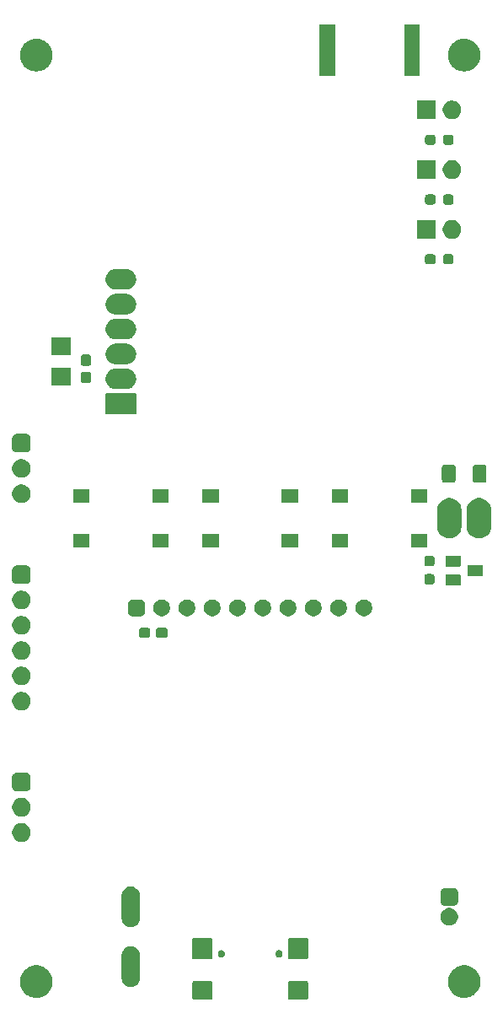
<source format=gts>
%TF.GenerationSoftware,KiCad,Pcbnew,9.0.4*%
%TF.CreationDate,2025-09-21T10:52:26+02:00*%
%TF.ProjectId,Spoke,53706f6b-652e-46b6-9963-61645f706362,2.0*%
%TF.SameCoordinates,PX5f5e100PY5f5e100*%
%TF.FileFunction,Soldermask,Top*%
%TF.FilePolarity,Negative*%
%FSLAX46Y46*%
G04 Gerber Fmt 4.6, Leading zero omitted, Abs format (unit mm)*
G04 Created by KiCad (PCBNEW 9.0.4) date 2025-09-21 10:52:26*
%MOMM*%
%LPD*%
G01*
G04 APERTURE LIST*
G04 APERTURE END LIST*
G36*
X-3916575Y-46453594D02*
G01*
X-3845851Y-46500851D01*
X-3798594Y-46571575D01*
X-3782000Y-46655000D01*
X-3782000Y-48095000D01*
X-3798594Y-48178425D01*
X-3845851Y-48249149D01*
X-3916575Y-48296406D01*
X-4000000Y-48313000D01*
X-5640000Y-48313000D01*
X-5723425Y-48296406D01*
X-5794149Y-48249149D01*
X-5841406Y-48178425D01*
X-5858000Y-48095000D01*
X-5858000Y-46655000D01*
X-5841406Y-46571575D01*
X-5794149Y-46500851D01*
X-5723425Y-46453594D01*
X-5640000Y-46437000D01*
X-4000000Y-46437000D01*
X-3916575Y-46453594D01*
G37*
G36*
X5723425Y-46453594D02*
G01*
X5794149Y-46500851D01*
X5841406Y-46571575D01*
X5858000Y-46655000D01*
X5858000Y-48095000D01*
X5841406Y-48178425D01*
X5794149Y-48249149D01*
X5723425Y-48296406D01*
X5640000Y-48313000D01*
X4000000Y-48313000D01*
X3916575Y-48296406D01*
X3845851Y-48249149D01*
X3798594Y-48178425D01*
X3782000Y-48095000D01*
X3782000Y-46655000D01*
X3798594Y-46571575D01*
X3845851Y-46500851D01*
X3916575Y-46453594D01*
X4000000Y-46437000D01*
X5640000Y-46437000D01*
X5723425Y-46453594D01*
G37*
G36*
X-21381975Y-44867049D02*
G01*
X-21371484Y-44867049D01*
X-21319824Y-44875231D01*
X-21180464Y-44893578D01*
X-21146460Y-44902689D01*
X-21117616Y-44907258D01*
X-21062143Y-44925282D01*
X-20973520Y-44949029D01*
X-20916978Y-44972449D01*
X-20873165Y-44986685D01*
X-20832123Y-45007597D01*
X-20775574Y-45031020D01*
X-20696108Y-45076900D01*
X-20644147Y-45103375D01*
X-20620526Y-45120537D01*
X-20590038Y-45138139D01*
X-20478513Y-45223715D01*
X-20436204Y-45254455D01*
X-20428788Y-45261871D01*
X-20420067Y-45268563D01*
X-20268564Y-45420066D01*
X-20261873Y-45428786D01*
X-20254455Y-45436204D01*
X-20223712Y-45478518D01*
X-20138140Y-45590037D01*
X-20120540Y-45620522D01*
X-20103375Y-45644147D01*
X-20076897Y-45696113D01*
X-20031021Y-45775573D01*
X-20007601Y-45832116D01*
X-19986685Y-45873165D01*
X-19972448Y-45916983D01*
X-19949030Y-45973519D01*
X-19925287Y-46062129D01*
X-19907258Y-46117616D01*
X-19902689Y-46146465D01*
X-19893579Y-46180463D01*
X-19875233Y-46319815D01*
X-19867049Y-46371484D01*
X-19867049Y-46381974D01*
X-19865614Y-46392874D01*
X-19865614Y-46607125D01*
X-19867049Y-46618024D01*
X-19867049Y-46628516D01*
X-19875234Y-46680188D01*
X-19893579Y-46819536D01*
X-19902689Y-46853531D01*
X-19907258Y-46882384D01*
X-19925289Y-46937875D01*
X-19949030Y-47026480D01*
X-19972446Y-47083011D01*
X-19986685Y-47126835D01*
X-20007603Y-47167887D01*
X-20031021Y-47224426D01*
X-20076893Y-47303878D01*
X-20103375Y-47355853D01*
X-20120542Y-47379481D01*
X-20138140Y-47409962D01*
X-20223699Y-47521462D01*
X-20254455Y-47563796D01*
X-20261876Y-47571216D01*
X-20268564Y-47579933D01*
X-20420067Y-47731436D01*
X-20428784Y-47738124D01*
X-20436204Y-47745545D01*
X-20478538Y-47776301D01*
X-20590038Y-47861860D01*
X-20620519Y-47879458D01*
X-20644147Y-47896625D01*
X-20696122Y-47923107D01*
X-20775574Y-47968979D01*
X-20832113Y-47992397D01*
X-20873165Y-48013315D01*
X-20916989Y-48027554D01*
X-20973520Y-48050970D01*
X-21062125Y-48074711D01*
X-21117616Y-48092742D01*
X-21146469Y-48097311D01*
X-21180464Y-48106421D01*
X-21319812Y-48124766D01*
X-21371484Y-48132951D01*
X-21381975Y-48132951D01*
X-21392875Y-48134386D01*
X-21607125Y-48134386D01*
X-21618025Y-48132951D01*
X-21628516Y-48132951D01*
X-21680188Y-48124767D01*
X-21819537Y-48106421D01*
X-21853535Y-48097311D01*
X-21882384Y-48092742D01*
X-21937871Y-48074713D01*
X-22026481Y-48050970D01*
X-22083017Y-48027552D01*
X-22126835Y-48013315D01*
X-22167884Y-47992399D01*
X-22224427Y-47968979D01*
X-22303887Y-47923103D01*
X-22355853Y-47896625D01*
X-22379478Y-47879460D01*
X-22409963Y-47861860D01*
X-22521482Y-47776288D01*
X-22563796Y-47745545D01*
X-22571214Y-47738127D01*
X-22579934Y-47731436D01*
X-22731437Y-47579933D01*
X-22738129Y-47571212D01*
X-22745545Y-47563796D01*
X-22776285Y-47521487D01*
X-22861861Y-47409962D01*
X-22879463Y-47379474D01*
X-22896625Y-47355853D01*
X-22923100Y-47303892D01*
X-22968980Y-47224426D01*
X-22992403Y-47167877D01*
X-23013315Y-47126835D01*
X-23027551Y-47083022D01*
X-23050971Y-47026480D01*
X-23074718Y-46937857D01*
X-23092742Y-46882384D01*
X-23097311Y-46853540D01*
X-23106422Y-46819536D01*
X-23124769Y-46680176D01*
X-23132951Y-46628516D01*
X-23132951Y-46618025D01*
X-23134386Y-46607125D01*
X-23134386Y-46392874D01*
X-23132951Y-46381973D01*
X-23132951Y-46371484D01*
X-23124770Y-46319828D01*
X-23106422Y-46180463D01*
X-23097310Y-46146456D01*
X-23092742Y-46117616D01*
X-23074720Y-46062147D01*
X-23050971Y-45973519D01*
X-23027549Y-45916972D01*
X-23013315Y-45873165D01*
X-22992406Y-45832126D01*
X-22968980Y-45775573D01*
X-22923096Y-45696098D01*
X-22896625Y-45644147D01*
X-22879466Y-45620529D01*
X-22861861Y-45590037D01*
X-22776271Y-45478493D01*
X-22745545Y-45436204D01*
X-22738132Y-45428790D01*
X-22731437Y-45420066D01*
X-22579934Y-45268563D01*
X-22571210Y-45261868D01*
X-22563796Y-45254455D01*
X-22521507Y-45223729D01*
X-22409963Y-45138139D01*
X-22379471Y-45120534D01*
X-22355853Y-45103375D01*
X-22303902Y-45076904D01*
X-22224427Y-45031020D01*
X-22167874Y-45007594D01*
X-22126835Y-44986685D01*
X-22083028Y-44972451D01*
X-22026481Y-44949029D01*
X-21937853Y-44925280D01*
X-21882384Y-44907258D01*
X-21853544Y-44902690D01*
X-21819537Y-44893578D01*
X-21680175Y-44875230D01*
X-21628516Y-44867049D01*
X-21618025Y-44867049D01*
X-21607125Y-44865614D01*
X-21392875Y-44865614D01*
X-21381975Y-44867049D01*
G37*
G36*
X21618025Y-44867049D02*
G01*
X21628516Y-44867049D01*
X21680176Y-44875231D01*
X21819536Y-44893578D01*
X21853540Y-44902689D01*
X21882384Y-44907258D01*
X21937857Y-44925282D01*
X22026480Y-44949029D01*
X22083022Y-44972449D01*
X22126835Y-44986685D01*
X22167877Y-45007597D01*
X22224426Y-45031020D01*
X22303892Y-45076900D01*
X22355853Y-45103375D01*
X22379474Y-45120537D01*
X22409962Y-45138139D01*
X22521487Y-45223715D01*
X22563796Y-45254455D01*
X22571212Y-45261871D01*
X22579933Y-45268563D01*
X22731436Y-45420066D01*
X22738127Y-45428786D01*
X22745545Y-45436204D01*
X22776288Y-45478518D01*
X22861860Y-45590037D01*
X22879460Y-45620522D01*
X22896625Y-45644147D01*
X22923103Y-45696113D01*
X22968979Y-45775573D01*
X22992399Y-45832116D01*
X23013315Y-45873165D01*
X23027552Y-45916983D01*
X23050970Y-45973519D01*
X23074713Y-46062129D01*
X23092742Y-46117616D01*
X23097311Y-46146465D01*
X23106421Y-46180463D01*
X23124767Y-46319815D01*
X23132951Y-46371484D01*
X23132951Y-46381974D01*
X23134386Y-46392874D01*
X23134386Y-46607125D01*
X23132951Y-46618024D01*
X23132951Y-46628516D01*
X23124766Y-46680188D01*
X23106421Y-46819536D01*
X23097311Y-46853531D01*
X23092742Y-46882384D01*
X23074711Y-46937875D01*
X23050970Y-47026480D01*
X23027554Y-47083011D01*
X23013315Y-47126835D01*
X22992397Y-47167887D01*
X22968979Y-47224426D01*
X22923107Y-47303878D01*
X22896625Y-47355853D01*
X22879458Y-47379481D01*
X22861860Y-47409962D01*
X22776301Y-47521462D01*
X22745545Y-47563796D01*
X22738124Y-47571216D01*
X22731436Y-47579933D01*
X22579933Y-47731436D01*
X22571216Y-47738124D01*
X22563796Y-47745545D01*
X22521462Y-47776301D01*
X22409962Y-47861860D01*
X22379481Y-47879458D01*
X22355853Y-47896625D01*
X22303878Y-47923107D01*
X22224426Y-47968979D01*
X22167887Y-47992397D01*
X22126835Y-48013315D01*
X22083011Y-48027554D01*
X22026480Y-48050970D01*
X21937875Y-48074711D01*
X21882384Y-48092742D01*
X21853531Y-48097311D01*
X21819536Y-48106421D01*
X21680188Y-48124766D01*
X21628516Y-48132951D01*
X21618025Y-48132951D01*
X21607125Y-48134386D01*
X21392875Y-48134386D01*
X21381975Y-48132951D01*
X21371484Y-48132951D01*
X21319812Y-48124767D01*
X21180463Y-48106421D01*
X21146465Y-48097311D01*
X21117616Y-48092742D01*
X21062129Y-48074713D01*
X20973519Y-48050970D01*
X20916983Y-48027552D01*
X20873165Y-48013315D01*
X20832116Y-47992399D01*
X20775573Y-47968979D01*
X20696113Y-47923103D01*
X20644147Y-47896625D01*
X20620522Y-47879460D01*
X20590037Y-47861860D01*
X20478518Y-47776288D01*
X20436204Y-47745545D01*
X20428786Y-47738127D01*
X20420066Y-47731436D01*
X20268563Y-47579933D01*
X20261871Y-47571212D01*
X20254455Y-47563796D01*
X20223715Y-47521487D01*
X20138139Y-47409962D01*
X20120537Y-47379474D01*
X20103375Y-47355853D01*
X20076900Y-47303892D01*
X20031020Y-47224426D01*
X20007597Y-47167877D01*
X19986685Y-47126835D01*
X19972449Y-47083022D01*
X19949029Y-47026480D01*
X19925282Y-46937857D01*
X19907258Y-46882384D01*
X19902689Y-46853540D01*
X19893578Y-46819536D01*
X19875231Y-46680176D01*
X19867049Y-46628516D01*
X19867049Y-46618025D01*
X19865614Y-46607125D01*
X19865614Y-46392874D01*
X19867049Y-46381973D01*
X19867049Y-46371484D01*
X19875230Y-46319828D01*
X19893578Y-46180463D01*
X19902690Y-46146456D01*
X19907258Y-46117616D01*
X19925280Y-46062147D01*
X19949029Y-45973519D01*
X19972451Y-45916972D01*
X19986685Y-45873165D01*
X20007594Y-45832126D01*
X20031020Y-45775573D01*
X20076904Y-45696098D01*
X20103375Y-45644147D01*
X20120534Y-45620529D01*
X20138139Y-45590037D01*
X20223729Y-45478493D01*
X20254455Y-45436204D01*
X20261868Y-45428790D01*
X20268563Y-45420066D01*
X20420066Y-45268563D01*
X20428790Y-45261868D01*
X20436204Y-45254455D01*
X20478493Y-45223729D01*
X20590037Y-45138139D01*
X20620529Y-45120534D01*
X20644147Y-45103375D01*
X20696098Y-45076904D01*
X20775573Y-45031020D01*
X20832126Y-45007594D01*
X20873165Y-44986685D01*
X20916972Y-44972451D01*
X20973519Y-44949029D01*
X21062147Y-44925280D01*
X21117616Y-44907258D01*
X21146456Y-44902690D01*
X21180463Y-44893578D01*
X21319825Y-44875230D01*
X21371484Y-44867049D01*
X21381975Y-44867049D01*
X21392875Y-44865614D01*
X21607125Y-44865614D01*
X21618025Y-44867049D01*
G37*
G36*
X-11727713Y-43002390D02*
G01*
X-11557830Y-43072758D01*
X-11404939Y-43174916D01*
X-11274916Y-43304939D01*
X-11172758Y-43457830D01*
X-11102390Y-43627713D01*
X-11066517Y-43808060D01*
X-11062000Y-43900000D01*
X-11062000Y-46100000D01*
X-11066517Y-46191940D01*
X-11102390Y-46372287D01*
X-11172758Y-46542170D01*
X-11274916Y-46695061D01*
X-11404939Y-46825084D01*
X-11557830Y-46927242D01*
X-11727713Y-46997610D01*
X-11908060Y-47033483D01*
X-12091940Y-47033483D01*
X-12272287Y-46997610D01*
X-12442170Y-46927242D01*
X-12595061Y-46825084D01*
X-12725084Y-46695061D01*
X-12827242Y-46542170D01*
X-12897610Y-46372287D01*
X-12933483Y-46191940D01*
X-12938000Y-46100000D01*
X-12938000Y-43900000D01*
X-12933483Y-43808060D01*
X-12897610Y-43627713D01*
X-12827242Y-43457830D01*
X-12725084Y-43304939D01*
X-12595061Y-43174916D01*
X-12442170Y-43072758D01*
X-12272287Y-43002390D01*
X-12091940Y-42966517D01*
X-11908060Y-42966517D01*
X-11727713Y-43002390D01*
G37*
G36*
X-4015953Y-42107805D02*
G01*
X-3967339Y-42113445D01*
X-3950729Y-42120779D01*
X-3928921Y-42125117D01*
X-3905575Y-42140716D01*
X-3885988Y-42149365D01*
X-3872610Y-42162743D01*
X-3851709Y-42176709D01*
X-3837744Y-42197609D01*
X-3824366Y-42210987D01*
X-3815719Y-42230572D01*
X-3800117Y-42253921D01*
X-3795779Y-42275731D01*
X-3788446Y-42292338D01*
X-3782808Y-42340942D01*
X-3782000Y-42345000D01*
X-3782000Y-44045000D01*
X-3782808Y-44049059D01*
X-3788446Y-44097661D01*
X-3795779Y-44114266D01*
X-3800117Y-44136079D01*
X-3815720Y-44159429D01*
X-3824366Y-44179012D01*
X-3837742Y-44192387D01*
X-3851709Y-44213291D01*
X-3872613Y-44227258D01*
X-3885988Y-44240634D01*
X-3905571Y-44249280D01*
X-3928921Y-44264883D01*
X-3950734Y-44269221D01*
X-3967339Y-44276554D01*
X-4015941Y-44282192D01*
X-4020000Y-44283000D01*
X-5620000Y-44283000D01*
X-5624058Y-44282192D01*
X-5672662Y-44276554D01*
X-5689269Y-44269221D01*
X-5711079Y-44264883D01*
X-5734428Y-44249281D01*
X-5754013Y-44240634D01*
X-5767391Y-44227256D01*
X-5788291Y-44213291D01*
X-5802257Y-44192390D01*
X-5815635Y-44179012D01*
X-5824284Y-44159425D01*
X-5839883Y-44136079D01*
X-5844221Y-44114271D01*
X-5851555Y-44097661D01*
X-5857195Y-44049047D01*
X-5858000Y-44045000D01*
X-5858000Y-42345000D01*
X-5857196Y-42340954D01*
X-5851555Y-42292338D01*
X-5844221Y-42275727D01*
X-5839883Y-42253921D01*
X-5824285Y-42230576D01*
X-5815635Y-42210987D01*
X-5802255Y-42197606D01*
X-5788291Y-42176709D01*
X-5767394Y-42162745D01*
X-5754013Y-42149365D01*
X-5734424Y-42140715D01*
X-5711079Y-42125117D01*
X-5689273Y-42120779D01*
X-5672662Y-42113445D01*
X-5624046Y-42107804D01*
X-5620000Y-42107000D01*
X-4020000Y-42107000D01*
X-4015953Y-42107805D01*
G37*
G36*
X5624047Y-42107805D02*
G01*
X5672661Y-42113445D01*
X5689271Y-42120779D01*
X5711079Y-42125117D01*
X5734425Y-42140716D01*
X5754012Y-42149365D01*
X5767390Y-42162743D01*
X5788291Y-42176709D01*
X5802256Y-42197609D01*
X5815634Y-42210987D01*
X5824281Y-42230572D01*
X5839883Y-42253921D01*
X5844221Y-42275731D01*
X5851554Y-42292338D01*
X5857192Y-42340942D01*
X5858000Y-42345000D01*
X5858000Y-44045000D01*
X5857192Y-44049059D01*
X5851554Y-44097661D01*
X5844221Y-44114266D01*
X5839883Y-44136079D01*
X5824280Y-44159429D01*
X5815634Y-44179012D01*
X5802258Y-44192387D01*
X5788291Y-44213291D01*
X5767387Y-44227258D01*
X5754012Y-44240634D01*
X5734429Y-44249280D01*
X5711079Y-44264883D01*
X5689266Y-44269221D01*
X5672661Y-44276554D01*
X5624059Y-44282192D01*
X5620000Y-44283000D01*
X4020000Y-44283000D01*
X4015942Y-44282192D01*
X3967338Y-44276554D01*
X3950731Y-44269221D01*
X3928921Y-44264883D01*
X3905572Y-44249281D01*
X3885987Y-44240634D01*
X3872609Y-44227256D01*
X3851709Y-44213291D01*
X3837743Y-44192390D01*
X3824365Y-44179012D01*
X3815716Y-44159425D01*
X3800117Y-44136079D01*
X3795779Y-44114271D01*
X3788445Y-44097661D01*
X3782805Y-44049047D01*
X3782000Y-44045000D01*
X3782000Y-42345000D01*
X3782804Y-42340954D01*
X3788445Y-42292338D01*
X3795779Y-42275727D01*
X3800117Y-42253921D01*
X3815715Y-42230576D01*
X3824365Y-42210987D01*
X3837745Y-42197606D01*
X3851709Y-42176709D01*
X3872606Y-42162745D01*
X3885987Y-42149365D01*
X3905576Y-42140715D01*
X3928921Y-42125117D01*
X3950727Y-42120779D01*
X3967338Y-42113445D01*
X4015954Y-42107804D01*
X4020000Y-42107000D01*
X5620000Y-42107000D01*
X5624047Y-42107805D01*
G37*
G36*
X-2751086Y-43359632D02*
G01*
X-2669020Y-43407013D01*
X-2602013Y-43474020D01*
X-2554632Y-43556086D01*
X-2530106Y-43647619D01*
X-2530106Y-43742381D01*
X-2554632Y-43833914D01*
X-2602013Y-43915980D01*
X-2669020Y-43982987D01*
X-2751086Y-44030368D01*
X-2842619Y-44054894D01*
X-2937381Y-44054894D01*
X-3028914Y-44030368D01*
X-3110980Y-43982987D01*
X-3177987Y-43915980D01*
X-3225368Y-43833914D01*
X-3249894Y-43742381D01*
X-3249894Y-43647619D01*
X-3225368Y-43556086D01*
X-3177987Y-43474020D01*
X-3110980Y-43407013D01*
X-3028914Y-43359632D01*
X-2937381Y-43335106D01*
X-2842619Y-43335106D01*
X-2751086Y-43359632D01*
G37*
G36*
X3028914Y-43359632D02*
G01*
X3110980Y-43407013D01*
X3177987Y-43474020D01*
X3225368Y-43556086D01*
X3249894Y-43647619D01*
X3249894Y-43742381D01*
X3225368Y-43833914D01*
X3177987Y-43915980D01*
X3110980Y-43982987D01*
X3028914Y-44030368D01*
X2937381Y-44054894D01*
X2842619Y-44054894D01*
X2751086Y-44030368D01*
X2669020Y-43982987D01*
X2602013Y-43915980D01*
X2554632Y-43833914D01*
X2530106Y-43742381D01*
X2530106Y-43647619D01*
X2554632Y-43556086D01*
X2602013Y-43474020D01*
X2669020Y-43407013D01*
X2751086Y-43359632D01*
X2842619Y-43335106D01*
X2937381Y-43335106D01*
X3028914Y-43359632D01*
G37*
G36*
X-11727713Y-37002390D02*
G01*
X-11557830Y-37072758D01*
X-11404939Y-37174916D01*
X-11274916Y-37304939D01*
X-11172758Y-37457830D01*
X-11102390Y-37627713D01*
X-11066517Y-37808060D01*
X-11062000Y-37900000D01*
X-11062000Y-40100000D01*
X-11066517Y-40191940D01*
X-11102390Y-40372287D01*
X-11172758Y-40542170D01*
X-11274916Y-40695061D01*
X-11404939Y-40825084D01*
X-11557830Y-40927242D01*
X-11727713Y-40997610D01*
X-11908060Y-41033483D01*
X-12091940Y-41033483D01*
X-12272287Y-40997610D01*
X-12442170Y-40927242D01*
X-12595061Y-40825084D01*
X-12725084Y-40695061D01*
X-12827242Y-40542170D01*
X-12897610Y-40372287D01*
X-12933483Y-40191940D01*
X-12938000Y-40100000D01*
X-12938000Y-37900000D01*
X-12933483Y-37808060D01*
X-12897610Y-37627713D01*
X-12827242Y-37457830D01*
X-12725084Y-37304939D01*
X-12595061Y-37174916D01*
X-12442170Y-37072758D01*
X-12272287Y-37002390D01*
X-12091940Y-36966517D01*
X-11908060Y-36966517D01*
X-11727713Y-37002390D01*
G37*
G36*
X20257773Y-39150237D02*
G01*
X20418600Y-39216854D01*
X20563341Y-39313567D01*
X20686433Y-39436659D01*
X20783146Y-39581400D01*
X20849763Y-39742227D01*
X20883724Y-39912961D01*
X20883724Y-40087039D01*
X20849763Y-40257773D01*
X20783146Y-40418600D01*
X20686433Y-40563341D01*
X20563341Y-40686433D01*
X20418600Y-40783146D01*
X20257773Y-40849763D01*
X20087039Y-40883724D01*
X19912961Y-40883724D01*
X19742227Y-40849763D01*
X19581400Y-40783146D01*
X19436659Y-40686433D01*
X19313567Y-40563341D01*
X19216854Y-40418600D01*
X19150237Y-40257773D01*
X19116276Y-40087039D01*
X19116276Y-39912961D01*
X19150237Y-39742227D01*
X19216854Y-39581400D01*
X19313567Y-39436659D01*
X19436659Y-39313567D01*
X19581400Y-39216854D01*
X19742227Y-39150237D01*
X19912961Y-39116276D01*
X20087039Y-39116276D01*
X20257773Y-39150237D01*
G37*
G36*
X20511077Y-37120072D02*
G01*
X20517143Y-37122194D01*
X20522457Y-37122766D01*
X20578302Y-37143595D01*
X20641345Y-37165655D01*
X20645328Y-37168594D01*
X20646648Y-37169087D01*
X20692317Y-37203274D01*
X20752390Y-37247610D01*
X20796742Y-37307706D01*
X20830912Y-37353351D01*
X20831403Y-37354670D01*
X20834345Y-37358655D01*
X20856414Y-37421725D01*
X20877233Y-37477542D01*
X20877803Y-37482852D01*
X20879928Y-37488923D01*
X20888000Y-37575000D01*
X20888000Y-38425000D01*
X20879928Y-38511077D01*
X20877803Y-38517147D01*
X20877233Y-38522457D01*
X20856419Y-38578258D01*
X20834345Y-38641345D01*
X20831403Y-38645330D01*
X20830912Y-38646648D01*
X20796795Y-38692222D01*
X20752390Y-38752390D01*
X20692222Y-38796795D01*
X20646648Y-38830912D01*
X20645330Y-38831403D01*
X20641345Y-38834345D01*
X20578258Y-38856419D01*
X20522457Y-38877233D01*
X20517147Y-38877803D01*
X20511077Y-38879928D01*
X20425000Y-38888000D01*
X19575000Y-38888000D01*
X19488923Y-38879928D01*
X19482852Y-38877803D01*
X19477542Y-38877233D01*
X19421725Y-38856414D01*
X19358655Y-38834345D01*
X19354670Y-38831403D01*
X19353351Y-38830912D01*
X19307706Y-38796742D01*
X19247610Y-38752390D01*
X19203274Y-38692317D01*
X19169087Y-38646648D01*
X19168594Y-38645328D01*
X19165655Y-38641345D01*
X19143595Y-38578302D01*
X19122766Y-38522457D01*
X19122194Y-38517143D01*
X19120072Y-38511077D01*
X19112000Y-38425000D01*
X19112000Y-37575000D01*
X19120072Y-37488923D01*
X19122194Y-37482856D01*
X19122766Y-37477542D01*
X19143600Y-37421681D01*
X19165655Y-37358655D01*
X19168593Y-37354672D01*
X19169087Y-37353351D01*
X19203326Y-37307611D01*
X19247610Y-37247610D01*
X19307611Y-37203326D01*
X19353351Y-37169087D01*
X19354672Y-37168593D01*
X19358655Y-37165655D01*
X19421681Y-37143600D01*
X19477542Y-37122766D01*
X19482856Y-37122194D01*
X19488923Y-37120072D01*
X19575000Y-37112000D01*
X20425000Y-37112000D01*
X20511077Y-37120072D01*
G37*
G36*
X-22727713Y-30642390D02*
G01*
X-22557830Y-30712758D01*
X-22404939Y-30814916D01*
X-22274916Y-30944939D01*
X-22172758Y-31097830D01*
X-22102390Y-31267713D01*
X-22066517Y-31448060D01*
X-22066517Y-31631940D01*
X-22102390Y-31812287D01*
X-22172758Y-31982170D01*
X-22274916Y-32135061D01*
X-22404939Y-32265084D01*
X-22557830Y-32367242D01*
X-22727713Y-32437610D01*
X-22908060Y-32473483D01*
X-23091940Y-32473483D01*
X-23272287Y-32437610D01*
X-23442170Y-32367242D01*
X-23595061Y-32265084D01*
X-23725084Y-32135061D01*
X-23827242Y-31982170D01*
X-23897610Y-31812287D01*
X-23933483Y-31631940D01*
X-23933483Y-31448060D01*
X-23897610Y-31267713D01*
X-23827242Y-31097830D01*
X-23725084Y-30944939D01*
X-23595061Y-30814916D01*
X-23442170Y-30712758D01*
X-23272287Y-30642390D01*
X-23091940Y-30606517D01*
X-22908060Y-30606517D01*
X-22727713Y-30642390D01*
G37*
G36*
X-22727713Y-28102390D02*
G01*
X-22557830Y-28172758D01*
X-22404939Y-28274916D01*
X-22274916Y-28404939D01*
X-22172758Y-28557830D01*
X-22102390Y-28727713D01*
X-22066517Y-28908060D01*
X-22066517Y-29091940D01*
X-22102390Y-29272287D01*
X-22172758Y-29442170D01*
X-22274916Y-29595061D01*
X-22404939Y-29725084D01*
X-22557830Y-29827242D01*
X-22727713Y-29897610D01*
X-22908060Y-29933483D01*
X-23091940Y-29933483D01*
X-23272287Y-29897610D01*
X-23442170Y-29827242D01*
X-23595061Y-29725084D01*
X-23725084Y-29595061D01*
X-23827242Y-29442170D01*
X-23897610Y-29272287D01*
X-23933483Y-29091940D01*
X-23933483Y-28908060D01*
X-23897610Y-28727713D01*
X-23827242Y-28557830D01*
X-23725084Y-28404939D01*
X-23595061Y-28274916D01*
X-23442170Y-28172758D01*
X-23272287Y-28102390D01*
X-23091940Y-28066517D01*
X-22908060Y-28066517D01*
X-22727713Y-28102390D01*
G37*
G36*
X-22446268Y-25533152D02*
G01*
X-22439689Y-25535605D01*
X-22434975Y-25536172D01*
X-22379185Y-25558173D01*
X-22316126Y-25581693D01*
X-22312323Y-25584540D01*
X-22311058Y-25585039D01*
X-22265019Y-25619951D01*
X-22204932Y-25664932D01*
X-22159933Y-25725043D01*
X-22125040Y-25771057D01*
X-22124542Y-25772320D01*
X-22121693Y-25776126D01*
X-22098159Y-25839223D01*
X-22076173Y-25894975D01*
X-22075608Y-25899684D01*
X-22073152Y-25906268D01*
X-22062000Y-26010000D01*
X-22062000Y-26910000D01*
X-22073152Y-27013732D01*
X-22075608Y-27020315D01*
X-22076173Y-27025025D01*
X-22098156Y-27080768D01*
X-22121693Y-27143874D01*
X-22124543Y-27147680D01*
X-22125040Y-27148942D01*
X-22159875Y-27194878D01*
X-22204932Y-27255068D01*
X-22265122Y-27300125D01*
X-22311058Y-27334960D01*
X-22312320Y-27335457D01*
X-22316126Y-27338307D01*
X-22379242Y-27361848D01*
X-22434976Y-27383827D01*
X-22439685Y-27384392D01*
X-22446268Y-27386848D01*
X-22550000Y-27398000D01*
X-23450000Y-27398000D01*
X-23553732Y-27386848D01*
X-23560315Y-27384392D01*
X-23565026Y-27383827D01*
X-23620788Y-27361837D01*
X-23683874Y-27338307D01*
X-23687680Y-27335458D01*
X-23688943Y-27334960D01*
X-23734957Y-27300067D01*
X-23795068Y-27255068D01*
X-23840049Y-27194981D01*
X-23874961Y-27148942D01*
X-23875460Y-27147677D01*
X-23878307Y-27143874D01*
X-23901831Y-27080805D01*
X-23923828Y-27025024D01*
X-23924394Y-27020311D01*
X-23926848Y-27013732D01*
X-23938000Y-26910000D01*
X-23938000Y-26010000D01*
X-23926848Y-25906268D01*
X-23924395Y-25899689D01*
X-23923828Y-25894974D01*
X-23901820Y-25839166D01*
X-23878307Y-25776126D01*
X-23875461Y-25772323D01*
X-23874961Y-25771057D01*
X-23839991Y-25724940D01*
X-23795068Y-25664932D01*
X-23735060Y-25620009D01*
X-23688943Y-25585039D01*
X-23687677Y-25584539D01*
X-23683874Y-25581693D01*
X-23620824Y-25558176D01*
X-23565025Y-25536172D01*
X-23560312Y-25535605D01*
X-23553732Y-25533152D01*
X-23450000Y-25522000D01*
X-22550000Y-25522000D01*
X-22446268Y-25533152D01*
G37*
G36*
X-22727713Y-17452390D02*
G01*
X-22557830Y-17522758D01*
X-22404939Y-17624916D01*
X-22274916Y-17754939D01*
X-22172758Y-17907830D01*
X-22102390Y-18077713D01*
X-22066517Y-18258060D01*
X-22066517Y-18441940D01*
X-22102390Y-18622287D01*
X-22172758Y-18792170D01*
X-22274916Y-18945061D01*
X-22404939Y-19075084D01*
X-22557830Y-19177242D01*
X-22727713Y-19247610D01*
X-22908060Y-19283483D01*
X-23091940Y-19283483D01*
X-23272287Y-19247610D01*
X-23442170Y-19177242D01*
X-23595061Y-19075084D01*
X-23725084Y-18945061D01*
X-23827242Y-18792170D01*
X-23897610Y-18622287D01*
X-23933483Y-18441940D01*
X-23933483Y-18258060D01*
X-23897610Y-18077713D01*
X-23827242Y-17907830D01*
X-23725084Y-17754939D01*
X-23595061Y-17624916D01*
X-23442170Y-17522758D01*
X-23272287Y-17452390D01*
X-23091940Y-17416517D01*
X-22908060Y-17416517D01*
X-22727713Y-17452390D01*
G37*
G36*
X-22727713Y-14912390D02*
G01*
X-22557830Y-14982758D01*
X-22404939Y-15084916D01*
X-22274916Y-15214939D01*
X-22172758Y-15367830D01*
X-22102390Y-15537713D01*
X-22066517Y-15718060D01*
X-22066517Y-15901940D01*
X-22102390Y-16082287D01*
X-22172758Y-16252170D01*
X-22274916Y-16405061D01*
X-22404939Y-16535084D01*
X-22557830Y-16637242D01*
X-22727713Y-16707610D01*
X-22908060Y-16743483D01*
X-23091940Y-16743483D01*
X-23272287Y-16707610D01*
X-23442170Y-16637242D01*
X-23595061Y-16535084D01*
X-23725084Y-16405061D01*
X-23827242Y-16252170D01*
X-23897610Y-16082287D01*
X-23933483Y-15901940D01*
X-23933483Y-15718060D01*
X-23897610Y-15537713D01*
X-23827242Y-15367830D01*
X-23725084Y-15214939D01*
X-23595061Y-15084916D01*
X-23442170Y-14982758D01*
X-23272287Y-14912390D01*
X-23091940Y-14876517D01*
X-22908060Y-14876517D01*
X-22727713Y-14912390D01*
G37*
G36*
X-22727713Y-12372390D02*
G01*
X-22557830Y-12442758D01*
X-22404939Y-12544916D01*
X-22274916Y-12674939D01*
X-22172758Y-12827830D01*
X-22102390Y-12997713D01*
X-22066517Y-13178060D01*
X-22066517Y-13361940D01*
X-22102390Y-13542287D01*
X-22172758Y-13712170D01*
X-22274916Y-13865061D01*
X-22404939Y-13995084D01*
X-22557830Y-14097242D01*
X-22727713Y-14167610D01*
X-22908060Y-14203483D01*
X-23091940Y-14203483D01*
X-23272287Y-14167610D01*
X-23442170Y-14097242D01*
X-23595061Y-13995084D01*
X-23725084Y-13865061D01*
X-23827242Y-13712170D01*
X-23897610Y-13542287D01*
X-23933483Y-13361940D01*
X-23933483Y-13178060D01*
X-23897610Y-12997713D01*
X-23827242Y-12827830D01*
X-23725084Y-12674939D01*
X-23595061Y-12544916D01*
X-23442170Y-12442758D01*
X-23272287Y-12372390D01*
X-23091940Y-12336517D01*
X-22908060Y-12336517D01*
X-22727713Y-12372390D01*
G37*
G36*
X-10306091Y-10988274D02*
G01*
X-10242410Y-10996658D01*
X-10226391Y-11004128D01*
X-10207071Y-11007971D01*
X-10181481Y-11025069D01*
X-10154925Y-11037453D01*
X-10138770Y-11053608D01*
X-10117692Y-11067692D01*
X-10103609Y-11088769D01*
X-10087454Y-11104924D01*
X-10075072Y-11131478D01*
X-10057971Y-11157071D01*
X-10054128Y-11176392D01*
X-10046659Y-11192409D01*
X-10038278Y-11256077D01*
X-10037000Y-11262500D01*
X-10037000Y-11737500D01*
X-10038278Y-11743924D01*
X-10046659Y-11807590D01*
X-10054128Y-11823606D01*
X-10057971Y-11842929D01*
X-10075074Y-11868524D01*
X-10087454Y-11895075D01*
X-10103607Y-11911227D01*
X-10117692Y-11932308D01*
X-10138773Y-11946393D01*
X-10154925Y-11962546D01*
X-10181476Y-11974926D01*
X-10207071Y-11992029D01*
X-10226394Y-11995872D01*
X-10242410Y-12003341D01*
X-10306076Y-12011722D01*
X-10312500Y-12013000D01*
X-10912500Y-12013000D01*
X-10918923Y-12011722D01*
X-10982591Y-12003341D01*
X-10998608Y-11995872D01*
X-11017929Y-11992029D01*
X-11043522Y-11974928D01*
X-11070076Y-11962546D01*
X-11086231Y-11946391D01*
X-11107308Y-11932308D01*
X-11121392Y-11911230D01*
X-11137547Y-11895075D01*
X-11149931Y-11868519D01*
X-11167029Y-11842929D01*
X-11170872Y-11823609D01*
X-11178342Y-11807590D01*
X-11186726Y-11743909D01*
X-11188000Y-11737500D01*
X-11188000Y-11262500D01*
X-11186726Y-11256092D01*
X-11178342Y-11192409D01*
X-11170872Y-11176388D01*
X-11167029Y-11157071D01*
X-11149932Y-11131483D01*
X-11137547Y-11104924D01*
X-11121390Y-11088766D01*
X-11107308Y-11067692D01*
X-11086234Y-11053610D01*
X-11070076Y-11037453D01*
X-11043517Y-11025068D01*
X-11017929Y-11007971D01*
X-10998612Y-11004128D01*
X-10982591Y-10996658D01*
X-10918908Y-10988274D01*
X-10912500Y-10987000D01*
X-10312500Y-10987000D01*
X-10306091Y-10988274D01*
G37*
G36*
X-8581091Y-10988274D02*
G01*
X-8517410Y-10996658D01*
X-8501391Y-11004128D01*
X-8482071Y-11007971D01*
X-8456481Y-11025069D01*
X-8429925Y-11037453D01*
X-8413770Y-11053608D01*
X-8392692Y-11067692D01*
X-8378609Y-11088769D01*
X-8362454Y-11104924D01*
X-8350072Y-11131478D01*
X-8332971Y-11157071D01*
X-8329128Y-11176392D01*
X-8321659Y-11192409D01*
X-8313278Y-11256077D01*
X-8312000Y-11262500D01*
X-8312000Y-11737500D01*
X-8313278Y-11743924D01*
X-8321659Y-11807590D01*
X-8329128Y-11823606D01*
X-8332971Y-11842929D01*
X-8350074Y-11868524D01*
X-8362454Y-11895075D01*
X-8378607Y-11911227D01*
X-8392692Y-11932308D01*
X-8413773Y-11946393D01*
X-8429925Y-11962546D01*
X-8456476Y-11974926D01*
X-8482071Y-11992029D01*
X-8501394Y-11995872D01*
X-8517410Y-12003341D01*
X-8581076Y-12011722D01*
X-8587500Y-12013000D01*
X-9187500Y-12013000D01*
X-9193923Y-12011722D01*
X-9257591Y-12003341D01*
X-9273608Y-11995872D01*
X-9292929Y-11992029D01*
X-9318522Y-11974928D01*
X-9345076Y-11962546D01*
X-9361231Y-11946391D01*
X-9382308Y-11932308D01*
X-9396392Y-11911230D01*
X-9412547Y-11895075D01*
X-9424931Y-11868519D01*
X-9442029Y-11842929D01*
X-9445872Y-11823609D01*
X-9453342Y-11807590D01*
X-9461726Y-11743909D01*
X-9463000Y-11737500D01*
X-9463000Y-11262500D01*
X-9461726Y-11256092D01*
X-9453342Y-11192409D01*
X-9445872Y-11176388D01*
X-9442029Y-11157071D01*
X-9424932Y-11131483D01*
X-9412547Y-11104924D01*
X-9396390Y-11088766D01*
X-9382308Y-11067692D01*
X-9361234Y-11053610D01*
X-9345076Y-11037453D01*
X-9318517Y-11025068D01*
X-9292929Y-11007971D01*
X-9273612Y-11004128D01*
X-9257591Y-10996658D01*
X-9193908Y-10988274D01*
X-9187500Y-10987000D01*
X-8587500Y-10987000D01*
X-8581091Y-10988274D01*
G37*
G36*
X-22727713Y-9832390D02*
G01*
X-22557830Y-9902758D01*
X-22404939Y-10004916D01*
X-22274916Y-10134939D01*
X-22172758Y-10287830D01*
X-22102390Y-10457713D01*
X-22066517Y-10638060D01*
X-22066517Y-10821940D01*
X-22102390Y-11002287D01*
X-22172758Y-11172170D01*
X-22274916Y-11325061D01*
X-22404939Y-11455084D01*
X-22557830Y-11557242D01*
X-22727713Y-11627610D01*
X-22908060Y-11663483D01*
X-23091940Y-11663483D01*
X-23272287Y-11627610D01*
X-23442170Y-11557242D01*
X-23595061Y-11455084D01*
X-23725084Y-11325061D01*
X-23827242Y-11172170D01*
X-23897610Y-11002287D01*
X-23933483Y-10821940D01*
X-23933483Y-10638060D01*
X-23897610Y-10457713D01*
X-23827242Y-10287830D01*
X-23725084Y-10134939D01*
X-23595061Y-10004916D01*
X-23442170Y-9902758D01*
X-23272287Y-9832390D01*
X-23091940Y-9796517D01*
X-22908060Y-9796517D01*
X-22727713Y-9832390D01*
G37*
G36*
X-10948571Y-8169636D02*
G01*
X-10942772Y-8171665D01*
X-10937854Y-8172194D01*
X-10886211Y-8191456D01*
X-10825336Y-8212757D01*
X-10821488Y-8215597D01*
X-10820336Y-8216027D01*
X-10780514Y-8245837D01*
X-10720287Y-8290287D01*
X-10675820Y-8350537D01*
X-10646028Y-8390335D01*
X-10645599Y-8391485D01*
X-10642757Y-8395336D01*
X-10621439Y-8456262D01*
X-10602196Y-8507853D01*
X-10601669Y-8512763D01*
X-10599636Y-8518571D01*
X-10592000Y-8600000D01*
X-10592000Y-9400000D01*
X-10599636Y-9481429D01*
X-10601667Y-9487232D01*
X-10602195Y-9492146D01*
X-10621442Y-9543745D01*
X-10642757Y-9604664D01*
X-10645600Y-9608515D01*
X-10646028Y-9609664D01*
X-10675768Y-9649391D01*
X-10720287Y-9709713D01*
X-10780609Y-9754232D01*
X-10820336Y-9783972D01*
X-10821485Y-9784400D01*
X-10825336Y-9787243D01*
X-10886279Y-9808567D01*
X-10937854Y-9827804D01*
X-10942764Y-9828331D01*
X-10948571Y-9830364D01*
X-11030000Y-9838000D01*
X-11830000Y-9838000D01*
X-11911429Y-9830364D01*
X-11917233Y-9828333D01*
X-11922147Y-9827805D01*
X-11973762Y-9808553D01*
X-12034664Y-9787243D01*
X-12038515Y-9784401D01*
X-12039665Y-9783972D01*
X-12079463Y-9754180D01*
X-12139713Y-9709713D01*
X-12184163Y-9649486D01*
X-12213973Y-9609664D01*
X-12214403Y-9608512D01*
X-12217243Y-9604664D01*
X-12238553Y-9543764D01*
X-12257805Y-9492146D01*
X-12258334Y-9487232D01*
X-12260364Y-9481429D01*
X-12268000Y-9400000D01*
X-12268000Y-8600000D01*
X-12260364Y-8518571D01*
X-12258335Y-8512771D01*
X-12257806Y-8507853D01*
X-12238539Y-8456194D01*
X-12217243Y-8395336D01*
X-12214404Y-8391488D01*
X-12213973Y-8390335D01*
X-12184111Y-8350443D01*
X-12139713Y-8290287D01*
X-12079557Y-8245889D01*
X-12039665Y-8216027D01*
X-12038512Y-8215596D01*
X-12034664Y-8212757D01*
X-11973781Y-8191453D01*
X-11922147Y-8172195D01*
X-11917233Y-8171666D01*
X-11911429Y-8169636D01*
X-11830000Y-8162000D01*
X-11030000Y-8162000D01*
X-10948571Y-8169636D01*
G37*
G36*
X-8646741Y-8198084D02*
G01*
X-8494970Y-8260950D01*
X-8358378Y-8352217D01*
X-8242217Y-8468378D01*
X-8150950Y-8604970D01*
X-8088084Y-8756741D01*
X-8056035Y-8917862D01*
X-8056035Y-9082138D01*
X-8088084Y-9243259D01*
X-8150950Y-9395030D01*
X-8242217Y-9531622D01*
X-8358378Y-9647783D01*
X-8494970Y-9739050D01*
X-8646741Y-9801916D01*
X-8807862Y-9833965D01*
X-8972138Y-9833965D01*
X-9133259Y-9801916D01*
X-9285030Y-9739050D01*
X-9421622Y-9647783D01*
X-9537783Y-9531622D01*
X-9629050Y-9395030D01*
X-9691916Y-9243259D01*
X-9723965Y-9082138D01*
X-9723965Y-8917862D01*
X-9691916Y-8756741D01*
X-9629050Y-8604970D01*
X-9537783Y-8468378D01*
X-9421622Y-8352217D01*
X-9285030Y-8260950D01*
X-9133259Y-8198084D01*
X-8972138Y-8166035D01*
X-8807862Y-8166035D01*
X-8646741Y-8198084D01*
G37*
G36*
X-6106741Y-8198084D02*
G01*
X-5954970Y-8260950D01*
X-5818378Y-8352217D01*
X-5702217Y-8468378D01*
X-5610950Y-8604970D01*
X-5548084Y-8756741D01*
X-5516035Y-8917862D01*
X-5516035Y-9082138D01*
X-5548084Y-9243259D01*
X-5610950Y-9395030D01*
X-5702217Y-9531622D01*
X-5818378Y-9647783D01*
X-5954970Y-9739050D01*
X-6106741Y-9801916D01*
X-6267862Y-9833965D01*
X-6432138Y-9833965D01*
X-6593259Y-9801916D01*
X-6745030Y-9739050D01*
X-6881622Y-9647783D01*
X-6997783Y-9531622D01*
X-7089050Y-9395030D01*
X-7151916Y-9243259D01*
X-7183965Y-9082138D01*
X-7183965Y-8917862D01*
X-7151916Y-8756741D01*
X-7089050Y-8604970D01*
X-6997783Y-8468378D01*
X-6881622Y-8352217D01*
X-6745030Y-8260950D01*
X-6593259Y-8198084D01*
X-6432138Y-8166035D01*
X-6267862Y-8166035D01*
X-6106741Y-8198084D01*
G37*
G36*
X-3566741Y-8198084D02*
G01*
X-3414970Y-8260950D01*
X-3278378Y-8352217D01*
X-3162217Y-8468378D01*
X-3070950Y-8604970D01*
X-3008084Y-8756741D01*
X-2976035Y-8917862D01*
X-2976035Y-9082138D01*
X-3008084Y-9243259D01*
X-3070950Y-9395030D01*
X-3162217Y-9531622D01*
X-3278378Y-9647783D01*
X-3414970Y-9739050D01*
X-3566741Y-9801916D01*
X-3727862Y-9833965D01*
X-3892138Y-9833965D01*
X-4053259Y-9801916D01*
X-4205030Y-9739050D01*
X-4341622Y-9647783D01*
X-4457783Y-9531622D01*
X-4549050Y-9395030D01*
X-4611916Y-9243259D01*
X-4643965Y-9082138D01*
X-4643965Y-8917862D01*
X-4611916Y-8756741D01*
X-4549050Y-8604970D01*
X-4457783Y-8468378D01*
X-4341622Y-8352217D01*
X-4205030Y-8260950D01*
X-4053259Y-8198084D01*
X-3892138Y-8166035D01*
X-3727862Y-8166035D01*
X-3566741Y-8198084D01*
G37*
G36*
X-1026741Y-8198084D02*
G01*
X-874970Y-8260950D01*
X-738378Y-8352217D01*
X-622217Y-8468378D01*
X-530950Y-8604970D01*
X-468084Y-8756741D01*
X-436035Y-8917862D01*
X-436035Y-9082138D01*
X-468084Y-9243259D01*
X-530950Y-9395030D01*
X-622217Y-9531622D01*
X-738378Y-9647783D01*
X-874970Y-9739050D01*
X-1026741Y-9801916D01*
X-1187862Y-9833965D01*
X-1352138Y-9833965D01*
X-1513259Y-9801916D01*
X-1665030Y-9739050D01*
X-1801622Y-9647783D01*
X-1917783Y-9531622D01*
X-2009050Y-9395030D01*
X-2071916Y-9243259D01*
X-2103965Y-9082138D01*
X-2103965Y-8917862D01*
X-2071916Y-8756741D01*
X-2009050Y-8604970D01*
X-1917783Y-8468378D01*
X-1801622Y-8352217D01*
X-1665030Y-8260950D01*
X-1513259Y-8198084D01*
X-1352138Y-8166035D01*
X-1187862Y-8166035D01*
X-1026741Y-8198084D01*
G37*
G36*
X1513259Y-8198084D02*
G01*
X1665030Y-8260950D01*
X1801622Y-8352217D01*
X1917783Y-8468378D01*
X2009050Y-8604970D01*
X2071916Y-8756741D01*
X2103965Y-8917862D01*
X2103965Y-9082138D01*
X2071916Y-9243259D01*
X2009050Y-9395030D01*
X1917783Y-9531622D01*
X1801622Y-9647783D01*
X1665030Y-9739050D01*
X1513259Y-9801916D01*
X1352138Y-9833965D01*
X1187862Y-9833965D01*
X1026741Y-9801916D01*
X874970Y-9739050D01*
X738378Y-9647783D01*
X622217Y-9531622D01*
X530950Y-9395030D01*
X468084Y-9243259D01*
X436035Y-9082138D01*
X436035Y-8917862D01*
X468084Y-8756741D01*
X530950Y-8604970D01*
X622217Y-8468378D01*
X738378Y-8352217D01*
X874970Y-8260950D01*
X1026741Y-8198084D01*
X1187862Y-8166035D01*
X1352138Y-8166035D01*
X1513259Y-8198084D01*
G37*
G36*
X4053259Y-8198084D02*
G01*
X4205030Y-8260950D01*
X4341622Y-8352217D01*
X4457783Y-8468378D01*
X4549050Y-8604970D01*
X4611916Y-8756741D01*
X4643965Y-8917862D01*
X4643965Y-9082138D01*
X4611916Y-9243259D01*
X4549050Y-9395030D01*
X4457783Y-9531622D01*
X4341622Y-9647783D01*
X4205030Y-9739050D01*
X4053259Y-9801916D01*
X3892138Y-9833965D01*
X3727862Y-9833965D01*
X3566741Y-9801916D01*
X3414970Y-9739050D01*
X3278378Y-9647783D01*
X3162217Y-9531622D01*
X3070950Y-9395030D01*
X3008084Y-9243259D01*
X2976035Y-9082138D01*
X2976035Y-8917862D01*
X3008084Y-8756741D01*
X3070950Y-8604970D01*
X3162217Y-8468378D01*
X3278378Y-8352217D01*
X3414970Y-8260950D01*
X3566741Y-8198084D01*
X3727862Y-8166035D01*
X3892138Y-8166035D01*
X4053259Y-8198084D01*
G37*
G36*
X6593259Y-8198084D02*
G01*
X6745030Y-8260950D01*
X6881622Y-8352217D01*
X6997783Y-8468378D01*
X7089050Y-8604970D01*
X7151916Y-8756741D01*
X7183965Y-8917862D01*
X7183965Y-9082138D01*
X7151916Y-9243259D01*
X7089050Y-9395030D01*
X6997783Y-9531622D01*
X6881622Y-9647783D01*
X6745030Y-9739050D01*
X6593259Y-9801916D01*
X6432138Y-9833965D01*
X6267862Y-9833965D01*
X6106741Y-9801916D01*
X5954970Y-9739050D01*
X5818378Y-9647783D01*
X5702217Y-9531622D01*
X5610950Y-9395030D01*
X5548084Y-9243259D01*
X5516035Y-9082138D01*
X5516035Y-8917862D01*
X5548084Y-8756741D01*
X5610950Y-8604970D01*
X5702217Y-8468378D01*
X5818378Y-8352217D01*
X5954970Y-8260950D01*
X6106741Y-8198084D01*
X6267862Y-8166035D01*
X6432138Y-8166035D01*
X6593259Y-8198084D01*
G37*
G36*
X9133259Y-8198084D02*
G01*
X9285030Y-8260950D01*
X9421622Y-8352217D01*
X9537783Y-8468378D01*
X9629050Y-8604970D01*
X9691916Y-8756741D01*
X9723965Y-8917862D01*
X9723965Y-9082138D01*
X9691916Y-9243259D01*
X9629050Y-9395030D01*
X9537783Y-9531622D01*
X9421622Y-9647783D01*
X9285030Y-9739050D01*
X9133259Y-9801916D01*
X8972138Y-9833965D01*
X8807862Y-9833965D01*
X8646741Y-9801916D01*
X8494970Y-9739050D01*
X8358378Y-9647783D01*
X8242217Y-9531622D01*
X8150950Y-9395030D01*
X8088084Y-9243259D01*
X8056035Y-9082138D01*
X8056035Y-8917862D01*
X8088084Y-8756741D01*
X8150950Y-8604970D01*
X8242217Y-8468378D01*
X8358378Y-8352217D01*
X8494970Y-8260950D01*
X8646741Y-8198084D01*
X8807862Y-8166035D01*
X8972138Y-8166035D01*
X9133259Y-8198084D01*
G37*
G36*
X11673259Y-8198084D02*
G01*
X11825030Y-8260950D01*
X11961622Y-8352217D01*
X12077783Y-8468378D01*
X12169050Y-8604970D01*
X12231916Y-8756741D01*
X12263965Y-8917862D01*
X12263965Y-9082138D01*
X12231916Y-9243259D01*
X12169050Y-9395030D01*
X12077783Y-9531622D01*
X11961622Y-9647783D01*
X11825030Y-9739050D01*
X11673259Y-9801916D01*
X11512138Y-9833965D01*
X11347862Y-9833965D01*
X11186741Y-9801916D01*
X11034970Y-9739050D01*
X10898378Y-9647783D01*
X10782217Y-9531622D01*
X10690950Y-9395030D01*
X10628084Y-9243259D01*
X10596035Y-9082138D01*
X10596035Y-8917862D01*
X10628084Y-8756741D01*
X10690950Y-8604970D01*
X10782217Y-8468378D01*
X10898378Y-8352217D01*
X11034970Y-8260950D01*
X11186741Y-8198084D01*
X11347862Y-8166035D01*
X11512138Y-8166035D01*
X11673259Y-8198084D01*
G37*
G36*
X-22727713Y-7292390D02*
G01*
X-22557830Y-7362758D01*
X-22404939Y-7464916D01*
X-22274916Y-7594939D01*
X-22172758Y-7747830D01*
X-22102390Y-7917713D01*
X-22066517Y-8098060D01*
X-22066517Y-8281940D01*
X-22102390Y-8462287D01*
X-22172758Y-8632170D01*
X-22274916Y-8785061D01*
X-22404939Y-8915084D01*
X-22557830Y-9017242D01*
X-22727713Y-9087610D01*
X-22908060Y-9123483D01*
X-23091940Y-9123483D01*
X-23272287Y-9087610D01*
X-23442170Y-9017242D01*
X-23595061Y-8915084D01*
X-23725084Y-8785061D01*
X-23827242Y-8632170D01*
X-23897610Y-8462287D01*
X-23933483Y-8281940D01*
X-23933483Y-8098060D01*
X-23897610Y-7917713D01*
X-23827242Y-7747830D01*
X-23725084Y-7594939D01*
X-23595061Y-7464916D01*
X-23442170Y-7362758D01*
X-23272287Y-7292390D01*
X-23091940Y-7256517D01*
X-22908060Y-7256517D01*
X-22727713Y-7292390D01*
G37*
G36*
X21114542Y-5664893D02*
G01*
X21126870Y-5673130D01*
X21135107Y-5685458D01*
X21138000Y-5700000D01*
X21138000Y-6700000D01*
X21135107Y-6714542D01*
X21126870Y-6726870D01*
X21114542Y-6735107D01*
X21100000Y-6738000D01*
X19700000Y-6738000D01*
X19685458Y-6735107D01*
X19673130Y-6726870D01*
X19664893Y-6714542D01*
X19662000Y-6700000D01*
X19662000Y-5700000D01*
X19664893Y-5685458D01*
X19673130Y-5673130D01*
X19685458Y-5664893D01*
X19700000Y-5662000D01*
X21100000Y-5662000D01*
X21114542Y-5664893D01*
G37*
G36*
X18243909Y-5588274D02*
G01*
X18307590Y-5596658D01*
X18323609Y-5604128D01*
X18342929Y-5607971D01*
X18368519Y-5625069D01*
X18395075Y-5637453D01*
X18411230Y-5653608D01*
X18432308Y-5667692D01*
X18446391Y-5688769D01*
X18462546Y-5704924D01*
X18474928Y-5731478D01*
X18492029Y-5757071D01*
X18495872Y-5776392D01*
X18503341Y-5792409D01*
X18511722Y-5856077D01*
X18513000Y-5862500D01*
X18513000Y-6362500D01*
X18511722Y-6368924D01*
X18503341Y-6432590D01*
X18495872Y-6448606D01*
X18492029Y-6467929D01*
X18474926Y-6493524D01*
X18462546Y-6520075D01*
X18446393Y-6536227D01*
X18432308Y-6557308D01*
X18411227Y-6571393D01*
X18395075Y-6587546D01*
X18368524Y-6599926D01*
X18342929Y-6617029D01*
X18323606Y-6620872D01*
X18307590Y-6628341D01*
X18243924Y-6636722D01*
X18237500Y-6638000D01*
X17762500Y-6638000D01*
X17756077Y-6636722D01*
X17692409Y-6628341D01*
X17676392Y-6620872D01*
X17657071Y-6617029D01*
X17631478Y-6599928D01*
X17604924Y-6587546D01*
X17588769Y-6571391D01*
X17567692Y-6557308D01*
X17553608Y-6536230D01*
X17537453Y-6520075D01*
X17525069Y-6493519D01*
X17507971Y-6467929D01*
X17504128Y-6448609D01*
X17496658Y-6432590D01*
X17488274Y-6368909D01*
X17487000Y-6362500D01*
X17487000Y-5862500D01*
X17488274Y-5856092D01*
X17496658Y-5792409D01*
X17504128Y-5776388D01*
X17507971Y-5757071D01*
X17525068Y-5731483D01*
X17537453Y-5704924D01*
X17553610Y-5688766D01*
X17567692Y-5667692D01*
X17588766Y-5653610D01*
X17604924Y-5637453D01*
X17631483Y-5625068D01*
X17657071Y-5607971D01*
X17676388Y-5604128D01*
X17692409Y-5596658D01*
X17756092Y-5588274D01*
X17762500Y-5587000D01*
X18237500Y-5587000D01*
X18243909Y-5588274D01*
G37*
G36*
X-22446268Y-4723152D02*
G01*
X-22439689Y-4725605D01*
X-22434975Y-4726172D01*
X-22379185Y-4748173D01*
X-22316126Y-4771693D01*
X-22312323Y-4774540D01*
X-22311058Y-4775039D01*
X-22265019Y-4809951D01*
X-22204932Y-4854932D01*
X-22159933Y-4915043D01*
X-22125040Y-4961057D01*
X-22124542Y-4962320D01*
X-22121693Y-4966126D01*
X-22098159Y-5029223D01*
X-22076173Y-5084975D01*
X-22075608Y-5089684D01*
X-22073152Y-5096268D01*
X-22062000Y-5200000D01*
X-22062000Y-6100000D01*
X-22073152Y-6203732D01*
X-22075608Y-6210315D01*
X-22076173Y-6215025D01*
X-22098156Y-6270768D01*
X-22121693Y-6333874D01*
X-22124543Y-6337680D01*
X-22125040Y-6338942D01*
X-22159875Y-6384878D01*
X-22204932Y-6445068D01*
X-22265122Y-6490125D01*
X-22311058Y-6524960D01*
X-22312320Y-6525457D01*
X-22316126Y-6528307D01*
X-22379242Y-6551848D01*
X-22434976Y-6573827D01*
X-22439685Y-6574392D01*
X-22446268Y-6576848D01*
X-22550000Y-6588000D01*
X-23450000Y-6588000D01*
X-23553732Y-6576848D01*
X-23560315Y-6574392D01*
X-23565026Y-6573827D01*
X-23620788Y-6551837D01*
X-23683874Y-6528307D01*
X-23687680Y-6525458D01*
X-23688943Y-6524960D01*
X-23734957Y-6490067D01*
X-23795068Y-6445068D01*
X-23840049Y-6384981D01*
X-23874961Y-6338942D01*
X-23875460Y-6337677D01*
X-23878307Y-6333874D01*
X-23901831Y-6270805D01*
X-23923828Y-6215024D01*
X-23924394Y-6210311D01*
X-23926848Y-6203732D01*
X-23938000Y-6100000D01*
X-23938000Y-5200000D01*
X-23926848Y-5096268D01*
X-23924395Y-5089689D01*
X-23923828Y-5084974D01*
X-23901820Y-5029166D01*
X-23878307Y-4966126D01*
X-23875461Y-4962323D01*
X-23874961Y-4961057D01*
X-23839991Y-4914940D01*
X-23795068Y-4854932D01*
X-23735060Y-4810009D01*
X-23688943Y-4775039D01*
X-23687677Y-4774539D01*
X-23683874Y-4771693D01*
X-23620824Y-4748176D01*
X-23565025Y-4726172D01*
X-23560312Y-4725605D01*
X-23553732Y-4723152D01*
X-23450000Y-4712000D01*
X-22550000Y-4712000D01*
X-22446268Y-4723152D01*
G37*
G36*
X23314542Y-4714893D02*
G01*
X23326870Y-4723130D01*
X23335107Y-4735458D01*
X23338000Y-4750000D01*
X23338000Y-5750000D01*
X23335107Y-5764542D01*
X23326870Y-5776870D01*
X23314542Y-5785107D01*
X23300000Y-5788000D01*
X21900000Y-5788000D01*
X21885458Y-5785107D01*
X21873130Y-5776870D01*
X21864893Y-5764542D01*
X21862000Y-5750000D01*
X21862000Y-4750000D01*
X21864893Y-4735458D01*
X21873130Y-4723130D01*
X21885458Y-4714893D01*
X21900000Y-4712000D01*
X23300000Y-4712000D01*
X23314542Y-4714893D01*
G37*
G36*
X21114542Y-3764893D02*
G01*
X21126870Y-3773130D01*
X21135107Y-3785458D01*
X21138000Y-3800000D01*
X21138000Y-4800000D01*
X21135107Y-4814542D01*
X21126870Y-4826870D01*
X21114542Y-4835107D01*
X21100000Y-4838000D01*
X19700000Y-4838000D01*
X19685458Y-4835107D01*
X19673130Y-4826870D01*
X19664893Y-4814542D01*
X19662000Y-4800000D01*
X19662000Y-3800000D01*
X19664893Y-3785458D01*
X19673130Y-3773130D01*
X19685458Y-3764893D01*
X19700000Y-3762000D01*
X21100000Y-3762000D01*
X21114542Y-3764893D01*
G37*
G36*
X18243909Y-3763274D02*
G01*
X18307590Y-3771658D01*
X18323609Y-3779128D01*
X18342929Y-3782971D01*
X18368519Y-3800069D01*
X18395075Y-3812453D01*
X18411230Y-3828608D01*
X18432308Y-3842692D01*
X18446391Y-3863769D01*
X18462546Y-3879924D01*
X18474928Y-3906478D01*
X18492029Y-3932071D01*
X18495872Y-3951392D01*
X18503341Y-3967409D01*
X18511722Y-4031077D01*
X18513000Y-4037500D01*
X18513000Y-4537500D01*
X18511722Y-4543924D01*
X18503341Y-4607590D01*
X18495872Y-4623606D01*
X18492029Y-4642929D01*
X18474926Y-4668524D01*
X18462546Y-4695075D01*
X18446393Y-4711227D01*
X18432308Y-4732308D01*
X18411227Y-4746393D01*
X18395075Y-4762546D01*
X18368524Y-4774926D01*
X18342929Y-4792029D01*
X18323606Y-4795872D01*
X18307590Y-4803341D01*
X18243924Y-4811722D01*
X18237500Y-4813000D01*
X17762500Y-4813000D01*
X17756077Y-4811722D01*
X17692409Y-4803341D01*
X17676392Y-4795872D01*
X17657071Y-4792029D01*
X17631478Y-4774928D01*
X17604924Y-4762546D01*
X17588769Y-4746391D01*
X17567692Y-4732308D01*
X17553608Y-4711230D01*
X17537453Y-4695075D01*
X17525069Y-4668519D01*
X17507971Y-4642929D01*
X17504128Y-4623609D01*
X17496658Y-4607590D01*
X17488274Y-4543909D01*
X17487000Y-4537500D01*
X17487000Y-4037500D01*
X17488274Y-4031092D01*
X17496658Y-3967409D01*
X17504128Y-3951388D01*
X17507971Y-3932071D01*
X17525068Y-3906483D01*
X17537453Y-3879924D01*
X17553610Y-3863766D01*
X17567692Y-3842692D01*
X17588766Y-3828610D01*
X17604924Y-3812453D01*
X17631483Y-3800068D01*
X17657071Y-3782971D01*
X17676388Y-3779128D01*
X17692409Y-3771658D01*
X17756092Y-3763274D01*
X17762500Y-3762000D01*
X18237500Y-3762000D01*
X18243909Y-3763274D01*
G37*
G36*
X-16190458Y-1564893D02*
G01*
X-16178130Y-1573130D01*
X-16169893Y-1585458D01*
X-16167000Y-1600000D01*
X-16167000Y-2900000D01*
X-16169893Y-2914542D01*
X-16178130Y-2926870D01*
X-16190458Y-2935107D01*
X-16205000Y-2938000D01*
X-17755000Y-2938000D01*
X-17769542Y-2935107D01*
X-17781870Y-2926870D01*
X-17790107Y-2914542D01*
X-17793000Y-2900000D01*
X-17793000Y-1600000D01*
X-17790107Y-1585458D01*
X-17781870Y-1573130D01*
X-17769542Y-1564893D01*
X-17755000Y-1562000D01*
X-16205000Y-1562000D01*
X-16190458Y-1564893D01*
G37*
G36*
X-8230458Y-1564893D02*
G01*
X-8218130Y-1573130D01*
X-8209893Y-1585458D01*
X-8207000Y-1600000D01*
X-8207000Y-2900000D01*
X-8209893Y-2914542D01*
X-8218130Y-2926870D01*
X-8230458Y-2935107D01*
X-8245000Y-2938000D01*
X-9795000Y-2938000D01*
X-9809542Y-2935107D01*
X-9821870Y-2926870D01*
X-9830107Y-2914542D01*
X-9833000Y-2900000D01*
X-9833000Y-1600000D01*
X-9830107Y-1585458D01*
X-9821870Y-1573130D01*
X-9809542Y-1564893D01*
X-9795000Y-1562000D01*
X-8245000Y-1562000D01*
X-8230458Y-1564893D01*
G37*
G36*
X-3190458Y-1564893D02*
G01*
X-3178130Y-1573130D01*
X-3169893Y-1585458D01*
X-3167000Y-1600000D01*
X-3167000Y-2900000D01*
X-3169893Y-2914542D01*
X-3178130Y-2926870D01*
X-3190458Y-2935107D01*
X-3205000Y-2938000D01*
X-4755000Y-2938000D01*
X-4769542Y-2935107D01*
X-4781870Y-2926870D01*
X-4790107Y-2914542D01*
X-4793000Y-2900000D01*
X-4793000Y-1600000D01*
X-4790107Y-1585458D01*
X-4781870Y-1573130D01*
X-4769542Y-1564893D01*
X-4755000Y-1562000D01*
X-3205000Y-1562000D01*
X-3190458Y-1564893D01*
G37*
G36*
X4769542Y-1564893D02*
G01*
X4781870Y-1573130D01*
X4790107Y-1585458D01*
X4793000Y-1600000D01*
X4793000Y-2900000D01*
X4790107Y-2914542D01*
X4781870Y-2926870D01*
X4769542Y-2935107D01*
X4755000Y-2938000D01*
X3205000Y-2938000D01*
X3190458Y-2935107D01*
X3178130Y-2926870D01*
X3169893Y-2914542D01*
X3167000Y-2900000D01*
X3167000Y-1600000D01*
X3169893Y-1585458D01*
X3178130Y-1573130D01*
X3190458Y-1564893D01*
X3205000Y-1562000D01*
X4755000Y-1562000D01*
X4769542Y-1564893D01*
G37*
G36*
X9809542Y-1564893D02*
G01*
X9821870Y-1573130D01*
X9830107Y-1585458D01*
X9833000Y-1600000D01*
X9833000Y-2900000D01*
X9830107Y-2914542D01*
X9821870Y-2926870D01*
X9809542Y-2935107D01*
X9795000Y-2938000D01*
X8245000Y-2938000D01*
X8230458Y-2935107D01*
X8218130Y-2926870D01*
X8209893Y-2914542D01*
X8207000Y-2900000D01*
X8207000Y-1600000D01*
X8209893Y-1585458D01*
X8218130Y-1573130D01*
X8230458Y-1564893D01*
X8245000Y-1562000D01*
X9795000Y-1562000D01*
X9809542Y-1564893D01*
G37*
G36*
X17769542Y-1564893D02*
G01*
X17781870Y-1573130D01*
X17790107Y-1585458D01*
X17793000Y-1600000D01*
X17793000Y-2900000D01*
X17790107Y-2914542D01*
X17781870Y-2926870D01*
X17769542Y-2935107D01*
X17755000Y-2938000D01*
X16205000Y-2938000D01*
X16190458Y-2935107D01*
X16178130Y-2926870D01*
X16169893Y-2914542D01*
X16167000Y-2900000D01*
X16167000Y-1600000D01*
X16169893Y-1585458D01*
X16178130Y-1573130D01*
X16190458Y-1564893D01*
X16205000Y-1562000D01*
X17755000Y-1562000D01*
X17769542Y-1564893D01*
G37*
G36*
X20289005Y2003794D02*
G01*
X20473762Y1943763D01*
X20646853Y1855569D01*
X20804017Y1741383D01*
X20941383Y1604017D01*
X21055569Y1446853D01*
X21143763Y1273762D01*
X21203794Y1089005D01*
X21234184Y897132D01*
X21238000Y800000D01*
X21238000Y-800000D01*
X21234184Y-897132D01*
X21203794Y-1089005D01*
X21143763Y-1273762D01*
X21055569Y-1446853D01*
X20941383Y-1604017D01*
X20804017Y-1741383D01*
X20646853Y-1855569D01*
X20473762Y-1943763D01*
X20289005Y-2003794D01*
X20097132Y-2034184D01*
X19902868Y-2034184D01*
X19710995Y-2003794D01*
X19526238Y-1943763D01*
X19353147Y-1855569D01*
X19195983Y-1741383D01*
X19058617Y-1604017D01*
X18944431Y-1446853D01*
X18856237Y-1273762D01*
X18796206Y-1089005D01*
X18765816Y-897132D01*
X18762000Y-800000D01*
X18762000Y800000D01*
X18765816Y897132D01*
X18796206Y1089005D01*
X18856237Y1273762D01*
X18944431Y1446853D01*
X19058617Y1604017D01*
X19195983Y1741383D01*
X19353147Y1855569D01*
X19526238Y1943763D01*
X19710995Y2003794D01*
X19902868Y2034184D01*
X20097132Y2034184D01*
X20289005Y2003794D01*
G37*
G36*
X23289005Y2003794D02*
G01*
X23473762Y1943763D01*
X23646853Y1855569D01*
X23804017Y1741383D01*
X23941383Y1604017D01*
X24055569Y1446853D01*
X24143763Y1273762D01*
X24203794Y1089005D01*
X24234184Y897132D01*
X24238000Y800000D01*
X24238000Y-800000D01*
X24234184Y-897132D01*
X24203794Y-1089005D01*
X24143763Y-1273762D01*
X24055569Y-1446853D01*
X23941383Y-1604017D01*
X23804017Y-1741383D01*
X23646853Y-1855569D01*
X23473762Y-1943763D01*
X23289005Y-2003794D01*
X23097132Y-2034184D01*
X22902868Y-2034184D01*
X22710995Y-2003794D01*
X22526238Y-1943763D01*
X22353147Y-1855569D01*
X22195983Y-1741383D01*
X22058617Y-1604017D01*
X21944431Y-1446853D01*
X21856237Y-1273762D01*
X21796206Y-1089005D01*
X21765816Y-897132D01*
X21762000Y-800000D01*
X21762000Y800000D01*
X21765816Y897132D01*
X21796206Y1089005D01*
X21856237Y1273762D01*
X21944431Y1446853D01*
X22058617Y1604017D01*
X22195983Y1741383D01*
X22353147Y1855569D01*
X22526238Y1943763D01*
X22710995Y2003794D01*
X22902868Y2034184D01*
X23097132Y2034184D01*
X23289005Y2003794D01*
G37*
G36*
X-22727713Y3357610D02*
G01*
X-22557830Y3287242D01*
X-22404939Y3185084D01*
X-22274916Y3055061D01*
X-22172758Y2902170D01*
X-22102390Y2732287D01*
X-22066517Y2551940D01*
X-22066517Y2368060D01*
X-22102390Y2187713D01*
X-22172758Y2017830D01*
X-22274916Y1864939D01*
X-22404939Y1734916D01*
X-22557830Y1632758D01*
X-22727713Y1562390D01*
X-22908060Y1526517D01*
X-23091940Y1526517D01*
X-23272287Y1562390D01*
X-23442170Y1632758D01*
X-23595061Y1734916D01*
X-23725084Y1864939D01*
X-23827242Y2017830D01*
X-23897610Y2187713D01*
X-23933483Y2368060D01*
X-23933483Y2551940D01*
X-23897610Y2732287D01*
X-23827242Y2902170D01*
X-23725084Y3055061D01*
X-23595061Y3185084D01*
X-23442170Y3287242D01*
X-23272287Y3357610D01*
X-23091940Y3393483D01*
X-22908060Y3393483D01*
X-22727713Y3357610D01*
G37*
G36*
X-16190458Y2935107D02*
G01*
X-16178130Y2926870D01*
X-16169893Y2914542D01*
X-16167000Y2900000D01*
X-16167000Y1600000D01*
X-16169893Y1585458D01*
X-16178130Y1573130D01*
X-16190458Y1564893D01*
X-16205000Y1562000D01*
X-17755000Y1562000D01*
X-17769542Y1564893D01*
X-17781870Y1573130D01*
X-17790107Y1585458D01*
X-17793000Y1600000D01*
X-17793000Y2900000D01*
X-17790107Y2914542D01*
X-17781870Y2926870D01*
X-17769542Y2935107D01*
X-17755000Y2938000D01*
X-16205000Y2938000D01*
X-16190458Y2935107D01*
G37*
G36*
X-8230458Y2935107D02*
G01*
X-8218130Y2926870D01*
X-8209893Y2914542D01*
X-8207000Y2900000D01*
X-8207000Y1600000D01*
X-8209893Y1585458D01*
X-8218130Y1573130D01*
X-8230458Y1564893D01*
X-8245000Y1562000D01*
X-9795000Y1562000D01*
X-9809542Y1564893D01*
X-9821870Y1573130D01*
X-9830107Y1585458D01*
X-9833000Y1600000D01*
X-9833000Y2900000D01*
X-9830107Y2914542D01*
X-9821870Y2926870D01*
X-9809542Y2935107D01*
X-9795000Y2938000D01*
X-8245000Y2938000D01*
X-8230458Y2935107D01*
G37*
G36*
X-3190458Y2935107D02*
G01*
X-3178130Y2926870D01*
X-3169893Y2914542D01*
X-3167000Y2900000D01*
X-3167000Y1600000D01*
X-3169893Y1585458D01*
X-3178130Y1573130D01*
X-3190458Y1564893D01*
X-3205000Y1562000D01*
X-4755000Y1562000D01*
X-4769542Y1564893D01*
X-4781870Y1573130D01*
X-4790107Y1585458D01*
X-4793000Y1600000D01*
X-4793000Y2900000D01*
X-4790107Y2914542D01*
X-4781870Y2926870D01*
X-4769542Y2935107D01*
X-4755000Y2938000D01*
X-3205000Y2938000D01*
X-3190458Y2935107D01*
G37*
G36*
X4769542Y2935107D02*
G01*
X4781870Y2926870D01*
X4790107Y2914542D01*
X4793000Y2900000D01*
X4793000Y1600000D01*
X4790107Y1585458D01*
X4781870Y1573130D01*
X4769542Y1564893D01*
X4755000Y1562000D01*
X3205000Y1562000D01*
X3190458Y1564893D01*
X3178130Y1573130D01*
X3169893Y1585458D01*
X3167000Y1600000D01*
X3167000Y2900000D01*
X3169893Y2914542D01*
X3178130Y2926870D01*
X3190458Y2935107D01*
X3205000Y2938000D01*
X4755000Y2938000D01*
X4769542Y2935107D01*
G37*
G36*
X9809542Y2935107D02*
G01*
X9821870Y2926870D01*
X9830107Y2914542D01*
X9833000Y2900000D01*
X9833000Y1600000D01*
X9830107Y1585458D01*
X9821870Y1573130D01*
X9809542Y1564893D01*
X9795000Y1562000D01*
X8245000Y1562000D01*
X8230458Y1564893D01*
X8218130Y1573130D01*
X8209893Y1585458D01*
X8207000Y1600000D01*
X8207000Y2900000D01*
X8209893Y2914542D01*
X8218130Y2926870D01*
X8230458Y2935107D01*
X8245000Y2938000D01*
X9795000Y2938000D01*
X9809542Y2935107D01*
G37*
G36*
X17769542Y2935107D02*
G01*
X17781870Y2926870D01*
X17790107Y2914542D01*
X17793000Y2900000D01*
X17793000Y1600000D01*
X17790107Y1585458D01*
X17781870Y1573130D01*
X17769542Y1564893D01*
X17755000Y1562000D01*
X16205000Y1562000D01*
X16190458Y1564893D01*
X16178130Y1573130D01*
X16169893Y1585458D01*
X16167000Y1600000D01*
X16167000Y2900000D01*
X16169893Y2914542D01*
X16178130Y2926870D01*
X16190458Y2935107D01*
X16205000Y2938000D01*
X17755000Y2938000D01*
X17769542Y2935107D01*
G37*
G36*
X20415938Y5405350D02*
G01*
X20420653Y5403268D01*
X20423326Y5402916D01*
X20456770Y5387321D01*
X20512759Y5362599D01*
X20587599Y5287759D01*
X20612330Y5231749D01*
X20627915Y5198327D01*
X20628266Y5195657D01*
X20630350Y5190938D01*
X20638000Y5125000D01*
X20638000Y3875000D01*
X20630350Y3809062D01*
X20628266Y3804344D01*
X20627915Y3801674D01*
X20612338Y3768270D01*
X20587599Y3712241D01*
X20512759Y3637401D01*
X20456730Y3612662D01*
X20423326Y3597085D01*
X20420656Y3596734D01*
X20415938Y3594650D01*
X20350000Y3587000D01*
X19550000Y3587000D01*
X19484062Y3594650D01*
X19479343Y3596734D01*
X19476673Y3597085D01*
X19443251Y3612670D01*
X19387241Y3637401D01*
X19312401Y3712241D01*
X19287679Y3768230D01*
X19272084Y3801674D01*
X19271732Y3804347D01*
X19269650Y3809062D01*
X19262000Y3875000D01*
X19262000Y5125000D01*
X19269650Y5190938D01*
X19271732Y5195654D01*
X19272084Y5198327D01*
X19287687Y5231790D01*
X19312401Y5287759D01*
X19387241Y5362599D01*
X19443210Y5387313D01*
X19476673Y5402916D01*
X19479346Y5403268D01*
X19484062Y5405350D01*
X19550000Y5413000D01*
X20350000Y5413000D01*
X20415938Y5405350D01*
G37*
G36*
X23515938Y5405350D02*
G01*
X23520653Y5403268D01*
X23523326Y5402916D01*
X23556770Y5387321D01*
X23612759Y5362599D01*
X23687599Y5287759D01*
X23712330Y5231749D01*
X23727915Y5198327D01*
X23728266Y5195657D01*
X23730350Y5190938D01*
X23738000Y5125000D01*
X23738000Y3875000D01*
X23730350Y3809062D01*
X23728266Y3804344D01*
X23727915Y3801674D01*
X23712338Y3768270D01*
X23687599Y3712241D01*
X23612759Y3637401D01*
X23556730Y3612662D01*
X23523326Y3597085D01*
X23520656Y3596734D01*
X23515938Y3594650D01*
X23450000Y3587000D01*
X22650000Y3587000D01*
X22584062Y3594650D01*
X22579343Y3596734D01*
X22576673Y3597085D01*
X22543251Y3612670D01*
X22487241Y3637401D01*
X22412401Y3712241D01*
X22387679Y3768230D01*
X22372084Y3801674D01*
X22371732Y3804347D01*
X22369650Y3809062D01*
X22362000Y3875000D01*
X22362000Y5125000D01*
X22369650Y5190938D01*
X22371732Y5195654D01*
X22372084Y5198327D01*
X22387687Y5231790D01*
X22412401Y5287759D01*
X22487241Y5362599D01*
X22543210Y5387313D01*
X22576673Y5402916D01*
X22579346Y5403268D01*
X22584062Y5405350D01*
X22650000Y5413000D01*
X23450000Y5413000D01*
X23515938Y5405350D01*
G37*
G36*
X-22727713Y5897610D02*
G01*
X-22557830Y5827242D01*
X-22404939Y5725084D01*
X-22274916Y5595061D01*
X-22172758Y5442170D01*
X-22102390Y5272287D01*
X-22066517Y5091940D01*
X-22066517Y4908060D01*
X-22102390Y4727713D01*
X-22172758Y4557830D01*
X-22274916Y4404939D01*
X-22404939Y4274916D01*
X-22557830Y4172758D01*
X-22727713Y4102390D01*
X-22908060Y4066517D01*
X-23091940Y4066517D01*
X-23272287Y4102390D01*
X-23442170Y4172758D01*
X-23595061Y4274916D01*
X-23725084Y4404939D01*
X-23827242Y4557830D01*
X-23897610Y4727713D01*
X-23933483Y4908060D01*
X-23933483Y5091940D01*
X-23897610Y5272287D01*
X-23827242Y5442170D01*
X-23725084Y5595061D01*
X-23595061Y5725084D01*
X-23442170Y5827242D01*
X-23272287Y5897610D01*
X-23091940Y5933483D01*
X-22908060Y5933483D01*
X-22727713Y5897610D01*
G37*
G36*
X-22446268Y8466848D02*
G01*
X-22439689Y8464395D01*
X-22434975Y8463828D01*
X-22379185Y8441827D01*
X-22316126Y8418307D01*
X-22312323Y8415460D01*
X-22311058Y8414961D01*
X-22265019Y8380049D01*
X-22204932Y8335068D01*
X-22159933Y8274957D01*
X-22125040Y8228943D01*
X-22124542Y8227680D01*
X-22121693Y8223874D01*
X-22098159Y8160777D01*
X-22076173Y8105025D01*
X-22075608Y8100316D01*
X-22073152Y8093732D01*
X-22062000Y7990000D01*
X-22062000Y7090000D01*
X-22073152Y6986268D01*
X-22075608Y6979685D01*
X-22076173Y6974975D01*
X-22098156Y6919232D01*
X-22121693Y6856126D01*
X-22124543Y6852320D01*
X-22125040Y6851058D01*
X-22159875Y6805122D01*
X-22204932Y6744932D01*
X-22265122Y6699875D01*
X-22311058Y6665040D01*
X-22312320Y6664543D01*
X-22316126Y6661693D01*
X-22379242Y6638152D01*
X-22434976Y6616173D01*
X-22439685Y6615608D01*
X-22446268Y6613152D01*
X-22550000Y6602000D01*
X-23450000Y6602000D01*
X-23553732Y6613152D01*
X-23560315Y6615608D01*
X-23565026Y6616173D01*
X-23620788Y6638163D01*
X-23683874Y6661693D01*
X-23687680Y6664542D01*
X-23688943Y6665040D01*
X-23734957Y6699933D01*
X-23795068Y6744932D01*
X-23840049Y6805019D01*
X-23874961Y6851058D01*
X-23875460Y6852323D01*
X-23878307Y6856126D01*
X-23901831Y6919195D01*
X-23923828Y6974976D01*
X-23924394Y6979689D01*
X-23926848Y6986268D01*
X-23938000Y7090000D01*
X-23938000Y7990000D01*
X-23926848Y8093732D01*
X-23924395Y8100311D01*
X-23923828Y8105026D01*
X-23901820Y8160834D01*
X-23878307Y8223874D01*
X-23875461Y8227677D01*
X-23874961Y8228943D01*
X-23839991Y8275060D01*
X-23795068Y8335068D01*
X-23735060Y8379991D01*
X-23688943Y8414961D01*
X-23687677Y8415461D01*
X-23683874Y8418307D01*
X-23620824Y8441824D01*
X-23565025Y8463828D01*
X-23560312Y8464395D01*
X-23553732Y8466848D01*
X-23450000Y8478000D01*
X-22550000Y8478000D01*
X-22446268Y8466848D01*
G37*
G36*
X-11485458Y12535107D02*
G01*
X-11473130Y12526870D01*
X-11464893Y12514542D01*
X-11462000Y12500000D01*
X-11462000Y10500000D01*
X-11464893Y10485458D01*
X-11473130Y10473130D01*
X-11485458Y10464893D01*
X-11500000Y10462000D01*
X-14500000Y10462000D01*
X-14514542Y10464893D01*
X-14526870Y10473130D01*
X-14535107Y10485458D01*
X-14538000Y10500000D01*
X-14538000Y12500000D01*
X-14535107Y12514542D01*
X-14526870Y12526870D01*
X-14514542Y12535107D01*
X-14500000Y12538000D01*
X-11500000Y12538000D01*
X-11485458Y12535107D01*
G37*
G36*
X-12496126Y15037810D02*
G01*
X-12419546Y15034801D01*
X-12412652Y15033710D01*
X-12398258Y15033002D01*
X-12359464Y15025286D01*
X-12257725Y15009172D01*
X-12224997Y14998538D01*
X-12198685Y14993304D01*
X-12161554Y14977924D01*
X-12102830Y14958843D01*
X-12047815Y14930812D01*
X-12010690Y14915434D01*
X-11988389Y14900533D01*
X-11957731Y14884912D01*
X-11874397Y14824366D01*
X-11841500Y14802385D01*
X-11834479Y14795364D01*
X-11825976Y14789186D01*
X-11710815Y14674025D01*
X-11704638Y14665523D01*
X-11697615Y14658500D01*
X-11675631Y14625599D01*
X-11615089Y14542270D01*
X-11599470Y14511615D01*
X-11584566Y14489310D01*
X-11569187Y14452181D01*
X-11541158Y14397171D01*
X-11522080Y14338455D01*
X-11506696Y14301315D01*
X-11501462Y14274999D01*
X-11490829Y14242276D01*
X-11474717Y14140546D01*
X-11466998Y14101742D01*
X-11466998Y14091812D01*
X-11465354Y14081432D01*
X-11465354Y13918569D01*
X-11466998Y13908190D01*
X-11466998Y13898258D01*
X-11474718Y13859451D01*
X-11490829Y13757725D01*
X-11501461Y13725005D01*
X-11506696Y13698685D01*
X-11522082Y13661543D01*
X-11541158Y13602830D01*
X-11569185Y13547826D01*
X-11584566Y13510690D01*
X-11599472Y13488383D01*
X-11615089Y13457731D01*
X-11675623Y13374414D01*
X-11697615Y13341500D01*
X-11704641Y13334475D01*
X-11710815Y13325976D01*
X-11825976Y13210815D01*
X-11834475Y13204641D01*
X-11841500Y13197615D01*
X-11874414Y13175623D01*
X-11957731Y13115089D01*
X-11988383Y13099472D01*
X-12010690Y13084566D01*
X-12047826Y13069185D01*
X-12102830Y13041158D01*
X-12161543Y13022082D01*
X-12198685Y13006696D01*
X-12225005Y13001461D01*
X-12257725Y12990829D01*
X-12359440Y12974720D01*
X-12398258Y12966998D01*
X-12412661Y12966291D01*
X-12419546Y12965200D01*
X-12496120Y12962191D01*
X-12500000Y12962000D01*
X-12500970Y12962000D01*
X-13499030Y12962000D01*
X-13500000Y12962000D01*
X-13503881Y12962191D01*
X-13580455Y12965200D01*
X-13587341Y12966291D01*
X-13601742Y12966998D01*
X-13640558Y12974719D01*
X-13742276Y12990829D01*
X-13774999Y13001462D01*
X-13801315Y13006696D01*
X-13838455Y13022080D01*
X-13897171Y13041158D01*
X-13952181Y13069187D01*
X-13989310Y13084566D01*
X-14011615Y13099470D01*
X-14042270Y13115089D01*
X-14125599Y13175631D01*
X-14158500Y13197615D01*
X-14165523Y13204638D01*
X-14174025Y13210815D01*
X-14289186Y13325976D01*
X-14295364Y13334479D01*
X-14302385Y13341500D01*
X-14324366Y13374397D01*
X-14384912Y13457731D01*
X-14400533Y13488389D01*
X-14415434Y13510690D01*
X-14430812Y13547815D01*
X-14458843Y13602830D01*
X-14477924Y13661554D01*
X-14493304Y13698685D01*
X-14498538Y13724997D01*
X-14509172Y13757725D01*
X-14525285Y13859460D01*
X-14533002Y13898258D01*
X-14533002Y13908189D01*
X-14534646Y13918569D01*
X-14534646Y14081432D01*
X-14533002Y14091813D01*
X-14533002Y14101742D01*
X-14525286Y14140537D01*
X-14509172Y14242276D01*
X-14498538Y14275007D01*
X-14493304Y14301315D01*
X-14477926Y14338443D01*
X-14458843Y14397171D01*
X-14430810Y14452191D01*
X-14415434Y14489310D01*
X-14400535Y14511609D01*
X-14384912Y14542270D01*
X-14324358Y14625616D01*
X-14302385Y14658500D01*
X-14295366Y14665520D01*
X-14289186Y14674025D01*
X-14174025Y14789186D01*
X-14165520Y14795366D01*
X-14158500Y14802385D01*
X-14125616Y14824358D01*
X-14042270Y14884912D01*
X-14011609Y14900535D01*
X-13989310Y14915434D01*
X-13952191Y14930810D01*
X-13897171Y14958843D01*
X-13838443Y14977926D01*
X-13801315Y14993304D01*
X-13775007Y14998538D01*
X-13742276Y15009172D01*
X-13640533Y15025287D01*
X-13601742Y15033002D01*
X-13587350Y15033710D01*
X-13580455Y15034801D01*
X-13503875Y15037810D01*
X-13500000Y15038000D01*
X-12500000Y15038000D01*
X-12496126Y15037810D01*
G37*
G36*
X-18085458Y15110107D02*
G01*
X-18073130Y15101870D01*
X-18064893Y15089542D01*
X-18062000Y15075000D01*
X-18062000Y13375000D01*
X-18064893Y13360458D01*
X-18073130Y13348130D01*
X-18085458Y13339893D01*
X-18100000Y13337000D01*
X-19900000Y13337000D01*
X-19914542Y13339893D01*
X-19926870Y13348130D01*
X-19935107Y13360458D01*
X-19938000Y13375000D01*
X-19938000Y15075000D01*
X-19935107Y15089542D01*
X-19926870Y15101870D01*
X-19914542Y15110107D01*
X-19900000Y15113000D01*
X-18100000Y15113000D01*
X-18085458Y15110107D01*
G37*
G36*
X-16256091Y14711726D02*
G01*
X-16192410Y14703342D01*
X-16176391Y14695872D01*
X-16157071Y14692029D01*
X-16131481Y14674931D01*
X-16104925Y14662547D01*
X-16088770Y14646392D01*
X-16067692Y14632308D01*
X-16053609Y14611231D01*
X-16037454Y14595076D01*
X-16025072Y14568522D01*
X-16007971Y14542929D01*
X-16004128Y14523608D01*
X-15996659Y14507591D01*
X-15988278Y14443923D01*
X-15987000Y14437500D01*
X-15987000Y13837500D01*
X-15988278Y13831076D01*
X-15996659Y13767410D01*
X-16004128Y13751394D01*
X-16007971Y13732071D01*
X-16025074Y13706476D01*
X-16037454Y13679925D01*
X-16053607Y13663773D01*
X-16067692Y13642692D01*
X-16088773Y13628607D01*
X-16104925Y13612454D01*
X-16131476Y13600074D01*
X-16157071Y13582971D01*
X-16176394Y13579128D01*
X-16192410Y13571659D01*
X-16256076Y13563278D01*
X-16262500Y13562000D01*
X-16737500Y13562000D01*
X-16743923Y13563278D01*
X-16807591Y13571659D01*
X-16823608Y13579128D01*
X-16842929Y13582971D01*
X-16868522Y13600072D01*
X-16895076Y13612454D01*
X-16911231Y13628609D01*
X-16932308Y13642692D01*
X-16946392Y13663770D01*
X-16962547Y13679925D01*
X-16974931Y13706481D01*
X-16992029Y13732071D01*
X-16995872Y13751391D01*
X-17003342Y13767410D01*
X-17011726Y13831091D01*
X-17013000Y13837500D01*
X-17013000Y14437500D01*
X-17011726Y14443908D01*
X-17003342Y14507591D01*
X-16995872Y14523612D01*
X-16992029Y14542929D01*
X-16974932Y14568517D01*
X-16962547Y14595076D01*
X-16946390Y14611234D01*
X-16932308Y14632308D01*
X-16911234Y14646390D01*
X-16895076Y14662547D01*
X-16868517Y14674932D01*
X-16842929Y14692029D01*
X-16823612Y14695872D01*
X-16807591Y14703342D01*
X-16743908Y14711726D01*
X-16737500Y14713000D01*
X-16262500Y14713000D01*
X-16256091Y14711726D01*
G37*
G36*
X-16256091Y16436726D02*
G01*
X-16192410Y16428342D01*
X-16176391Y16420872D01*
X-16157071Y16417029D01*
X-16131481Y16399931D01*
X-16104925Y16387547D01*
X-16088770Y16371392D01*
X-16067692Y16357308D01*
X-16053609Y16336231D01*
X-16037454Y16320076D01*
X-16025072Y16293522D01*
X-16007971Y16267929D01*
X-16004128Y16248608D01*
X-15996659Y16232591D01*
X-15988278Y16168923D01*
X-15987000Y16162500D01*
X-15987000Y15562500D01*
X-15988278Y15556076D01*
X-15996659Y15492410D01*
X-16004128Y15476394D01*
X-16007971Y15457071D01*
X-16025074Y15431476D01*
X-16037454Y15404925D01*
X-16053607Y15388773D01*
X-16067692Y15367692D01*
X-16088773Y15353607D01*
X-16104925Y15337454D01*
X-16131476Y15325074D01*
X-16157071Y15307971D01*
X-16176394Y15304128D01*
X-16192410Y15296659D01*
X-16256076Y15288278D01*
X-16262500Y15287000D01*
X-16737500Y15287000D01*
X-16743923Y15288278D01*
X-16807591Y15296659D01*
X-16823608Y15304128D01*
X-16842929Y15307971D01*
X-16868522Y15325072D01*
X-16895076Y15337454D01*
X-16911231Y15353609D01*
X-16932308Y15367692D01*
X-16946392Y15388770D01*
X-16962547Y15404925D01*
X-16974931Y15431481D01*
X-16992029Y15457071D01*
X-16995872Y15476391D01*
X-17003342Y15492410D01*
X-17011726Y15556091D01*
X-17013000Y15562500D01*
X-17013000Y16162500D01*
X-17011726Y16168908D01*
X-17003342Y16232591D01*
X-16995872Y16248612D01*
X-16992029Y16267929D01*
X-16974932Y16293517D01*
X-16962547Y16320076D01*
X-16946390Y16336234D01*
X-16932308Y16357308D01*
X-16911234Y16371390D01*
X-16895076Y16387547D01*
X-16868517Y16399932D01*
X-16842929Y16417029D01*
X-16823612Y16420872D01*
X-16807591Y16428342D01*
X-16743908Y16436726D01*
X-16737500Y16438000D01*
X-16262500Y16438000D01*
X-16256091Y16436726D01*
G37*
G36*
X-12496126Y17537810D02*
G01*
X-12419546Y17534801D01*
X-12412652Y17533710D01*
X-12398258Y17533002D01*
X-12359464Y17525286D01*
X-12257725Y17509172D01*
X-12224997Y17498538D01*
X-12198685Y17493304D01*
X-12161554Y17477924D01*
X-12102830Y17458843D01*
X-12047815Y17430812D01*
X-12010690Y17415434D01*
X-11988389Y17400533D01*
X-11957731Y17384912D01*
X-11874397Y17324366D01*
X-11841500Y17302385D01*
X-11834479Y17295364D01*
X-11825976Y17289186D01*
X-11710815Y17174025D01*
X-11704638Y17165523D01*
X-11697615Y17158500D01*
X-11675631Y17125599D01*
X-11615089Y17042270D01*
X-11599470Y17011615D01*
X-11584566Y16989310D01*
X-11569187Y16952181D01*
X-11541158Y16897171D01*
X-11522080Y16838455D01*
X-11506696Y16801315D01*
X-11501462Y16774999D01*
X-11490829Y16742276D01*
X-11474717Y16640546D01*
X-11466998Y16601742D01*
X-11466998Y16591812D01*
X-11465354Y16581432D01*
X-11465354Y16418569D01*
X-11466998Y16408190D01*
X-11466998Y16398258D01*
X-11474718Y16359451D01*
X-11490829Y16257725D01*
X-11501461Y16225005D01*
X-11506696Y16198685D01*
X-11522082Y16161543D01*
X-11541158Y16102830D01*
X-11569185Y16047826D01*
X-11584566Y16010690D01*
X-11599472Y15988383D01*
X-11615089Y15957731D01*
X-11675623Y15874414D01*
X-11697615Y15841500D01*
X-11704641Y15834475D01*
X-11710815Y15825976D01*
X-11825976Y15710815D01*
X-11834475Y15704641D01*
X-11841500Y15697615D01*
X-11874414Y15675623D01*
X-11957731Y15615089D01*
X-11988383Y15599472D01*
X-12010690Y15584566D01*
X-12047826Y15569185D01*
X-12102830Y15541158D01*
X-12161543Y15522082D01*
X-12198685Y15506696D01*
X-12225005Y15501461D01*
X-12257725Y15490829D01*
X-12359440Y15474720D01*
X-12398258Y15466998D01*
X-12412661Y15466291D01*
X-12419546Y15465200D01*
X-12496120Y15462191D01*
X-12500000Y15462000D01*
X-12500970Y15462000D01*
X-13499030Y15462000D01*
X-13500000Y15462000D01*
X-13503881Y15462191D01*
X-13580455Y15465200D01*
X-13587341Y15466291D01*
X-13601742Y15466998D01*
X-13640558Y15474719D01*
X-13742276Y15490829D01*
X-13774999Y15501462D01*
X-13801315Y15506696D01*
X-13838455Y15522080D01*
X-13897171Y15541158D01*
X-13952181Y15569187D01*
X-13989310Y15584566D01*
X-14011615Y15599470D01*
X-14042270Y15615089D01*
X-14125599Y15675631D01*
X-14158500Y15697615D01*
X-14165523Y15704638D01*
X-14174025Y15710815D01*
X-14289186Y15825976D01*
X-14295364Y15834479D01*
X-14302385Y15841500D01*
X-14324366Y15874397D01*
X-14384912Y15957731D01*
X-14400533Y15988389D01*
X-14415434Y16010690D01*
X-14430812Y16047815D01*
X-14458843Y16102830D01*
X-14477924Y16161554D01*
X-14493304Y16198685D01*
X-14498538Y16224997D01*
X-14509172Y16257725D01*
X-14525285Y16359460D01*
X-14533002Y16398258D01*
X-14533002Y16408189D01*
X-14534646Y16418569D01*
X-14534646Y16581432D01*
X-14533002Y16591813D01*
X-14533002Y16601742D01*
X-14525286Y16640537D01*
X-14509172Y16742276D01*
X-14498538Y16775007D01*
X-14493304Y16801315D01*
X-14477926Y16838443D01*
X-14458843Y16897171D01*
X-14430810Y16952191D01*
X-14415434Y16989310D01*
X-14400535Y17011609D01*
X-14384912Y17042270D01*
X-14324358Y17125616D01*
X-14302385Y17158500D01*
X-14295366Y17165520D01*
X-14289186Y17174025D01*
X-14174025Y17289186D01*
X-14165520Y17295366D01*
X-14158500Y17302385D01*
X-14125616Y17324358D01*
X-14042270Y17384912D01*
X-14011609Y17400535D01*
X-13989310Y17415434D01*
X-13952191Y17430810D01*
X-13897171Y17458843D01*
X-13838443Y17477926D01*
X-13801315Y17493304D01*
X-13775007Y17498538D01*
X-13742276Y17509172D01*
X-13640533Y17525287D01*
X-13601742Y17533002D01*
X-13587350Y17533710D01*
X-13580455Y17534801D01*
X-13503875Y17537810D01*
X-13500000Y17538000D01*
X-12500000Y17538000D01*
X-12496126Y17537810D01*
G37*
G36*
X-18085458Y18160107D02*
G01*
X-18073130Y18151870D01*
X-18064893Y18139542D01*
X-18062000Y18125000D01*
X-18062000Y16425000D01*
X-18064893Y16410458D01*
X-18073130Y16398130D01*
X-18085458Y16389893D01*
X-18100000Y16387000D01*
X-19900000Y16387000D01*
X-19914542Y16389893D01*
X-19926870Y16398130D01*
X-19935107Y16410458D01*
X-19938000Y16425000D01*
X-19938000Y18125000D01*
X-19935107Y18139542D01*
X-19926870Y18151870D01*
X-19914542Y18160107D01*
X-19900000Y18163000D01*
X-18100000Y18163000D01*
X-18085458Y18160107D01*
G37*
G36*
X-12496126Y20037810D02*
G01*
X-12419546Y20034801D01*
X-12412652Y20033710D01*
X-12398258Y20033002D01*
X-12359464Y20025286D01*
X-12257725Y20009172D01*
X-12224997Y19998538D01*
X-12198685Y19993304D01*
X-12161554Y19977924D01*
X-12102830Y19958843D01*
X-12047815Y19930812D01*
X-12010690Y19915434D01*
X-11988389Y19900533D01*
X-11957731Y19884912D01*
X-11874397Y19824366D01*
X-11841500Y19802385D01*
X-11834479Y19795364D01*
X-11825976Y19789186D01*
X-11710815Y19674025D01*
X-11704638Y19665523D01*
X-11697615Y19658500D01*
X-11675631Y19625599D01*
X-11615089Y19542270D01*
X-11599470Y19511615D01*
X-11584566Y19489310D01*
X-11569187Y19452181D01*
X-11541158Y19397171D01*
X-11522080Y19338455D01*
X-11506696Y19301315D01*
X-11501462Y19274999D01*
X-11490829Y19242276D01*
X-11474717Y19140546D01*
X-11466998Y19101742D01*
X-11466998Y19091812D01*
X-11465354Y19081432D01*
X-11465354Y18918569D01*
X-11466998Y18908190D01*
X-11466998Y18898258D01*
X-11474718Y18859451D01*
X-11490829Y18757725D01*
X-11501461Y18725005D01*
X-11506696Y18698685D01*
X-11522082Y18661543D01*
X-11541158Y18602830D01*
X-11569185Y18547826D01*
X-11584566Y18510690D01*
X-11599472Y18488383D01*
X-11615089Y18457731D01*
X-11675623Y18374414D01*
X-11697615Y18341500D01*
X-11704641Y18334475D01*
X-11710815Y18325976D01*
X-11825976Y18210815D01*
X-11834475Y18204641D01*
X-11841500Y18197615D01*
X-11874414Y18175623D01*
X-11957731Y18115089D01*
X-11988383Y18099472D01*
X-12010690Y18084566D01*
X-12047826Y18069185D01*
X-12102830Y18041158D01*
X-12161543Y18022082D01*
X-12198685Y18006696D01*
X-12225005Y18001461D01*
X-12257725Y17990829D01*
X-12359440Y17974720D01*
X-12398258Y17966998D01*
X-12412661Y17966291D01*
X-12419546Y17965200D01*
X-12496120Y17962191D01*
X-12500000Y17962000D01*
X-12500970Y17962000D01*
X-13499030Y17962000D01*
X-13500000Y17962000D01*
X-13503881Y17962191D01*
X-13580455Y17965200D01*
X-13587341Y17966291D01*
X-13601742Y17966998D01*
X-13640558Y17974719D01*
X-13742276Y17990829D01*
X-13774999Y18001462D01*
X-13801315Y18006696D01*
X-13838455Y18022080D01*
X-13897171Y18041158D01*
X-13952181Y18069187D01*
X-13989310Y18084566D01*
X-14011615Y18099470D01*
X-14042270Y18115089D01*
X-14125599Y18175631D01*
X-14158500Y18197615D01*
X-14165523Y18204638D01*
X-14174025Y18210815D01*
X-14289186Y18325976D01*
X-14295364Y18334479D01*
X-14302385Y18341500D01*
X-14324366Y18374397D01*
X-14384912Y18457731D01*
X-14400533Y18488389D01*
X-14415434Y18510690D01*
X-14430812Y18547815D01*
X-14458843Y18602830D01*
X-14477924Y18661554D01*
X-14493304Y18698685D01*
X-14498538Y18724997D01*
X-14509172Y18757725D01*
X-14525285Y18859460D01*
X-14533002Y18898258D01*
X-14533002Y18908189D01*
X-14534646Y18918569D01*
X-14534646Y19081432D01*
X-14533002Y19091813D01*
X-14533002Y19101742D01*
X-14525286Y19140537D01*
X-14509172Y19242276D01*
X-14498538Y19275007D01*
X-14493304Y19301315D01*
X-14477926Y19338443D01*
X-14458843Y19397171D01*
X-14430810Y19452191D01*
X-14415434Y19489310D01*
X-14400535Y19511609D01*
X-14384912Y19542270D01*
X-14324358Y19625616D01*
X-14302385Y19658500D01*
X-14295366Y19665520D01*
X-14289186Y19674025D01*
X-14174025Y19789186D01*
X-14165520Y19795366D01*
X-14158500Y19802385D01*
X-14125616Y19824358D01*
X-14042270Y19884912D01*
X-14011609Y19900535D01*
X-13989310Y19915434D01*
X-13952191Y19930810D01*
X-13897171Y19958843D01*
X-13838443Y19977926D01*
X-13801315Y19993304D01*
X-13775007Y19998538D01*
X-13742276Y20009172D01*
X-13640533Y20025287D01*
X-13601742Y20033002D01*
X-13587350Y20033710D01*
X-13580455Y20034801D01*
X-13503875Y20037810D01*
X-13500000Y20038000D01*
X-12500000Y20038000D01*
X-12496126Y20037810D01*
G37*
G36*
X-12496126Y22537810D02*
G01*
X-12419546Y22534801D01*
X-12412652Y22533710D01*
X-12398258Y22533002D01*
X-12359464Y22525286D01*
X-12257725Y22509172D01*
X-12224997Y22498538D01*
X-12198685Y22493304D01*
X-12161554Y22477924D01*
X-12102830Y22458843D01*
X-12047815Y22430812D01*
X-12010690Y22415434D01*
X-11988389Y22400533D01*
X-11957731Y22384912D01*
X-11874397Y22324366D01*
X-11841500Y22302385D01*
X-11834479Y22295364D01*
X-11825976Y22289186D01*
X-11710815Y22174025D01*
X-11704638Y22165523D01*
X-11697615Y22158500D01*
X-11675631Y22125599D01*
X-11615089Y22042270D01*
X-11599470Y22011615D01*
X-11584566Y21989310D01*
X-11569187Y21952181D01*
X-11541158Y21897171D01*
X-11522080Y21838455D01*
X-11506696Y21801315D01*
X-11501462Y21774999D01*
X-11490829Y21742276D01*
X-11474717Y21640546D01*
X-11466998Y21601742D01*
X-11466998Y21591812D01*
X-11465354Y21581432D01*
X-11465354Y21418569D01*
X-11466998Y21408190D01*
X-11466998Y21398258D01*
X-11474718Y21359451D01*
X-11490829Y21257725D01*
X-11501461Y21225005D01*
X-11506696Y21198685D01*
X-11522082Y21161543D01*
X-11541158Y21102830D01*
X-11569185Y21047826D01*
X-11584566Y21010690D01*
X-11599472Y20988383D01*
X-11615089Y20957731D01*
X-11675623Y20874414D01*
X-11697615Y20841500D01*
X-11704641Y20834475D01*
X-11710815Y20825976D01*
X-11825976Y20710815D01*
X-11834475Y20704641D01*
X-11841500Y20697615D01*
X-11874414Y20675623D01*
X-11957731Y20615089D01*
X-11988383Y20599472D01*
X-12010690Y20584566D01*
X-12047826Y20569185D01*
X-12102830Y20541158D01*
X-12161543Y20522082D01*
X-12198685Y20506696D01*
X-12225005Y20501461D01*
X-12257725Y20490829D01*
X-12359440Y20474720D01*
X-12398258Y20466998D01*
X-12412661Y20466291D01*
X-12419546Y20465200D01*
X-12496120Y20462191D01*
X-12500000Y20462000D01*
X-12500970Y20462000D01*
X-13499030Y20462000D01*
X-13500000Y20462000D01*
X-13503881Y20462191D01*
X-13580455Y20465200D01*
X-13587341Y20466291D01*
X-13601742Y20466998D01*
X-13640558Y20474719D01*
X-13742276Y20490829D01*
X-13774999Y20501462D01*
X-13801315Y20506696D01*
X-13838455Y20522080D01*
X-13897171Y20541158D01*
X-13952181Y20569187D01*
X-13989310Y20584566D01*
X-14011615Y20599470D01*
X-14042270Y20615089D01*
X-14125599Y20675631D01*
X-14158500Y20697615D01*
X-14165523Y20704638D01*
X-14174025Y20710815D01*
X-14289186Y20825976D01*
X-14295364Y20834479D01*
X-14302385Y20841500D01*
X-14324366Y20874397D01*
X-14384912Y20957731D01*
X-14400533Y20988389D01*
X-14415434Y21010690D01*
X-14430812Y21047815D01*
X-14458843Y21102830D01*
X-14477924Y21161554D01*
X-14493304Y21198685D01*
X-14498538Y21224997D01*
X-14509172Y21257725D01*
X-14525285Y21359460D01*
X-14533002Y21398258D01*
X-14533002Y21408189D01*
X-14534646Y21418569D01*
X-14534646Y21581432D01*
X-14533002Y21591813D01*
X-14533002Y21601742D01*
X-14525286Y21640537D01*
X-14509172Y21742276D01*
X-14498538Y21775007D01*
X-14493304Y21801315D01*
X-14477926Y21838443D01*
X-14458843Y21897171D01*
X-14430810Y21952191D01*
X-14415434Y21989310D01*
X-14400535Y22011609D01*
X-14384912Y22042270D01*
X-14324358Y22125616D01*
X-14302385Y22158500D01*
X-14295366Y22165520D01*
X-14289186Y22174025D01*
X-14174025Y22289186D01*
X-14165520Y22295366D01*
X-14158500Y22302385D01*
X-14125616Y22324358D01*
X-14042270Y22384912D01*
X-14011609Y22400535D01*
X-13989310Y22415434D01*
X-13952191Y22430810D01*
X-13897171Y22458843D01*
X-13838443Y22477926D01*
X-13801315Y22493304D01*
X-13775007Y22498538D01*
X-13742276Y22509172D01*
X-13640533Y22525287D01*
X-13601742Y22533002D01*
X-13587350Y22533710D01*
X-13580455Y22534801D01*
X-13503875Y22537810D01*
X-13500000Y22538000D01*
X-12500000Y22538000D01*
X-12496126Y22537810D01*
G37*
G36*
X-12496126Y25037810D02*
G01*
X-12419546Y25034801D01*
X-12412652Y25033710D01*
X-12398258Y25033002D01*
X-12359464Y25025286D01*
X-12257725Y25009172D01*
X-12224997Y24998538D01*
X-12198685Y24993304D01*
X-12161554Y24977924D01*
X-12102830Y24958843D01*
X-12047815Y24930812D01*
X-12010690Y24915434D01*
X-11988389Y24900533D01*
X-11957731Y24884912D01*
X-11874397Y24824366D01*
X-11841500Y24802385D01*
X-11834479Y24795364D01*
X-11825976Y24789186D01*
X-11710815Y24674025D01*
X-11704638Y24665523D01*
X-11697615Y24658500D01*
X-11675631Y24625599D01*
X-11615089Y24542270D01*
X-11599470Y24511615D01*
X-11584566Y24489310D01*
X-11569187Y24452181D01*
X-11541158Y24397171D01*
X-11522080Y24338455D01*
X-11506696Y24301315D01*
X-11501462Y24274999D01*
X-11490829Y24242276D01*
X-11474717Y24140546D01*
X-11466998Y24101742D01*
X-11466998Y24091812D01*
X-11465354Y24081432D01*
X-11465354Y23918569D01*
X-11466998Y23908190D01*
X-11466998Y23898258D01*
X-11474718Y23859451D01*
X-11490829Y23757725D01*
X-11501461Y23725005D01*
X-11506696Y23698685D01*
X-11522082Y23661543D01*
X-11541158Y23602830D01*
X-11569185Y23547826D01*
X-11584566Y23510690D01*
X-11599472Y23488383D01*
X-11615089Y23457731D01*
X-11675623Y23374414D01*
X-11697615Y23341500D01*
X-11704641Y23334475D01*
X-11710815Y23325976D01*
X-11825976Y23210815D01*
X-11834475Y23204641D01*
X-11841500Y23197615D01*
X-11874414Y23175623D01*
X-11957731Y23115089D01*
X-11988383Y23099472D01*
X-12010690Y23084566D01*
X-12047826Y23069185D01*
X-12102830Y23041158D01*
X-12161543Y23022082D01*
X-12198685Y23006696D01*
X-12225005Y23001461D01*
X-12257725Y22990829D01*
X-12359440Y22974720D01*
X-12398258Y22966998D01*
X-12412661Y22966291D01*
X-12419546Y22965200D01*
X-12496120Y22962191D01*
X-12500000Y22962000D01*
X-12500970Y22962000D01*
X-13499030Y22962000D01*
X-13500000Y22962000D01*
X-13503881Y22962191D01*
X-13580455Y22965200D01*
X-13587341Y22966291D01*
X-13601742Y22966998D01*
X-13640558Y22974719D01*
X-13742276Y22990829D01*
X-13774999Y23001462D01*
X-13801315Y23006696D01*
X-13838455Y23022080D01*
X-13897171Y23041158D01*
X-13952181Y23069187D01*
X-13989310Y23084566D01*
X-14011615Y23099470D01*
X-14042270Y23115089D01*
X-14125599Y23175631D01*
X-14158500Y23197615D01*
X-14165523Y23204638D01*
X-14174025Y23210815D01*
X-14289186Y23325976D01*
X-14295364Y23334479D01*
X-14302385Y23341500D01*
X-14324366Y23374397D01*
X-14384912Y23457731D01*
X-14400533Y23488389D01*
X-14415434Y23510690D01*
X-14430812Y23547815D01*
X-14458843Y23602830D01*
X-14477924Y23661554D01*
X-14493304Y23698685D01*
X-14498538Y23724997D01*
X-14509172Y23757725D01*
X-14525285Y23859460D01*
X-14533002Y23898258D01*
X-14533002Y23908189D01*
X-14534646Y23918569D01*
X-14534646Y24081432D01*
X-14533002Y24091813D01*
X-14533002Y24101742D01*
X-14525286Y24140537D01*
X-14509172Y24242276D01*
X-14498538Y24275007D01*
X-14493304Y24301315D01*
X-14477926Y24338443D01*
X-14458843Y24397171D01*
X-14430810Y24452191D01*
X-14415434Y24489310D01*
X-14400535Y24511609D01*
X-14384912Y24542270D01*
X-14324358Y24625616D01*
X-14302385Y24658500D01*
X-14295366Y24665520D01*
X-14289186Y24674025D01*
X-14174025Y24789186D01*
X-14165520Y24795366D01*
X-14158500Y24802385D01*
X-14125616Y24824358D01*
X-14042270Y24884912D01*
X-14011609Y24900535D01*
X-13989310Y24915434D01*
X-13952191Y24930810D01*
X-13897171Y24958843D01*
X-13838443Y24977926D01*
X-13801315Y24993304D01*
X-13775007Y24998538D01*
X-13742276Y25009172D01*
X-13640533Y25025287D01*
X-13601742Y25033002D01*
X-13587350Y25033710D01*
X-13580455Y25034801D01*
X-13503875Y25037810D01*
X-13500000Y25038000D01*
X-12500000Y25038000D01*
X-12496126Y25037810D01*
G37*
G36*
X18343909Y26511726D02*
G01*
X18407590Y26503342D01*
X18423609Y26495872D01*
X18442929Y26492029D01*
X18468519Y26474931D01*
X18495075Y26462547D01*
X18511230Y26446392D01*
X18532308Y26432308D01*
X18546391Y26411231D01*
X18562546Y26395076D01*
X18574928Y26368522D01*
X18592029Y26342929D01*
X18595872Y26323608D01*
X18603341Y26307591D01*
X18611722Y26243923D01*
X18613000Y26237500D01*
X18613000Y25762500D01*
X18611722Y25756076D01*
X18603341Y25692410D01*
X18595872Y25676394D01*
X18592029Y25657071D01*
X18574926Y25631476D01*
X18562546Y25604925D01*
X18546393Y25588773D01*
X18532308Y25567692D01*
X18511227Y25553607D01*
X18495075Y25537454D01*
X18468524Y25525074D01*
X18442929Y25507971D01*
X18423606Y25504128D01*
X18407590Y25496659D01*
X18343924Y25488278D01*
X18337500Y25487000D01*
X17837500Y25487000D01*
X17831077Y25488278D01*
X17767409Y25496659D01*
X17751392Y25504128D01*
X17732071Y25507971D01*
X17706478Y25525072D01*
X17679924Y25537454D01*
X17663769Y25553609D01*
X17642692Y25567692D01*
X17628608Y25588770D01*
X17612453Y25604925D01*
X17600069Y25631481D01*
X17582971Y25657071D01*
X17579128Y25676391D01*
X17571658Y25692410D01*
X17563274Y25756091D01*
X17562000Y25762500D01*
X17562000Y26237500D01*
X17563274Y26243908D01*
X17571658Y26307591D01*
X17579128Y26323612D01*
X17582971Y26342929D01*
X17600068Y26368517D01*
X17612453Y26395076D01*
X17628610Y26411234D01*
X17642692Y26432308D01*
X17663766Y26446390D01*
X17679924Y26462547D01*
X17706483Y26474932D01*
X17732071Y26492029D01*
X17751388Y26495872D01*
X17767409Y26503342D01*
X17831092Y26511726D01*
X17837500Y26513000D01*
X18337500Y26513000D01*
X18343909Y26511726D01*
G37*
G36*
X20168909Y26511726D02*
G01*
X20232590Y26503342D01*
X20248609Y26495872D01*
X20267929Y26492029D01*
X20293519Y26474931D01*
X20320075Y26462547D01*
X20336230Y26446392D01*
X20357308Y26432308D01*
X20371391Y26411231D01*
X20387546Y26395076D01*
X20399928Y26368522D01*
X20417029Y26342929D01*
X20420872Y26323608D01*
X20428341Y26307591D01*
X20436722Y26243923D01*
X20438000Y26237500D01*
X20438000Y25762500D01*
X20436722Y25756076D01*
X20428341Y25692410D01*
X20420872Y25676394D01*
X20417029Y25657071D01*
X20399926Y25631476D01*
X20387546Y25604925D01*
X20371393Y25588773D01*
X20357308Y25567692D01*
X20336227Y25553607D01*
X20320075Y25537454D01*
X20293524Y25525074D01*
X20267929Y25507971D01*
X20248606Y25504128D01*
X20232590Y25496659D01*
X20168924Y25488278D01*
X20162500Y25487000D01*
X19662500Y25487000D01*
X19656077Y25488278D01*
X19592409Y25496659D01*
X19576392Y25504128D01*
X19557071Y25507971D01*
X19531478Y25525072D01*
X19504924Y25537454D01*
X19488769Y25553609D01*
X19467692Y25567692D01*
X19453608Y25588770D01*
X19437453Y25604925D01*
X19425069Y25631481D01*
X19407971Y25657071D01*
X19404128Y25676391D01*
X19396658Y25692410D01*
X19388274Y25756091D01*
X19387000Y25762500D01*
X19387000Y26237500D01*
X19388274Y26243908D01*
X19396658Y26307591D01*
X19404128Y26323612D01*
X19407971Y26342929D01*
X19425068Y26368517D01*
X19437453Y26395076D01*
X19453610Y26411234D01*
X19467692Y26432308D01*
X19488766Y26446390D01*
X19504924Y26462547D01*
X19531483Y26474932D01*
X19557071Y26492029D01*
X19576388Y26495872D01*
X19592409Y26503342D01*
X19656092Y26511726D01*
X19662500Y26513000D01*
X20162500Y26513000D01*
X20168909Y26511726D01*
G37*
G36*
X18644542Y29935107D02*
G01*
X18656870Y29926870D01*
X18665107Y29914542D01*
X18668000Y29900000D01*
X18668000Y28100000D01*
X18665107Y28085458D01*
X18656870Y28073130D01*
X18644542Y28064893D01*
X18630000Y28062000D01*
X16830000Y28062000D01*
X16815458Y28064893D01*
X16803130Y28073130D01*
X16794893Y28085458D01*
X16792000Y28100000D01*
X16792000Y29900000D01*
X16794893Y29914542D01*
X16803130Y29926870D01*
X16815458Y29935107D01*
X16830000Y29938000D01*
X18630000Y29938000D01*
X18644542Y29935107D01*
G37*
G36*
X20542287Y29897610D02*
G01*
X20712170Y29827242D01*
X20865061Y29725084D01*
X20995084Y29595061D01*
X21097242Y29442170D01*
X21167610Y29272287D01*
X21203483Y29091940D01*
X21203483Y28908060D01*
X21167610Y28727713D01*
X21097242Y28557830D01*
X20995084Y28404939D01*
X20865061Y28274916D01*
X20712170Y28172758D01*
X20542287Y28102390D01*
X20361940Y28066517D01*
X20178060Y28066517D01*
X19997713Y28102390D01*
X19827830Y28172758D01*
X19674939Y28274916D01*
X19544916Y28404939D01*
X19442758Y28557830D01*
X19372390Y28727713D01*
X19336517Y28908060D01*
X19336517Y29091940D01*
X19372390Y29272287D01*
X19442758Y29442170D01*
X19544916Y29595061D01*
X19674939Y29725084D01*
X19827830Y29827242D01*
X19997713Y29897610D01*
X20178060Y29933483D01*
X20361940Y29933483D01*
X20542287Y29897610D01*
G37*
G36*
X18343909Y32511726D02*
G01*
X18407590Y32503342D01*
X18423609Y32495872D01*
X18442929Y32492029D01*
X18468519Y32474931D01*
X18495075Y32462547D01*
X18511230Y32446392D01*
X18532308Y32432308D01*
X18546391Y32411231D01*
X18562546Y32395076D01*
X18574928Y32368522D01*
X18592029Y32342929D01*
X18595872Y32323608D01*
X18603341Y32307591D01*
X18611722Y32243923D01*
X18613000Y32237500D01*
X18613000Y31762500D01*
X18611722Y31756076D01*
X18603341Y31692410D01*
X18595872Y31676394D01*
X18592029Y31657071D01*
X18574926Y31631476D01*
X18562546Y31604925D01*
X18546393Y31588773D01*
X18532308Y31567692D01*
X18511227Y31553607D01*
X18495075Y31537454D01*
X18468524Y31525074D01*
X18442929Y31507971D01*
X18423606Y31504128D01*
X18407590Y31496659D01*
X18343924Y31488278D01*
X18337500Y31487000D01*
X17837500Y31487000D01*
X17831077Y31488278D01*
X17767409Y31496659D01*
X17751392Y31504128D01*
X17732071Y31507971D01*
X17706478Y31525072D01*
X17679924Y31537454D01*
X17663769Y31553609D01*
X17642692Y31567692D01*
X17628608Y31588770D01*
X17612453Y31604925D01*
X17600069Y31631481D01*
X17582971Y31657071D01*
X17579128Y31676391D01*
X17571658Y31692410D01*
X17563274Y31756091D01*
X17562000Y31762500D01*
X17562000Y32237500D01*
X17563274Y32243908D01*
X17571658Y32307591D01*
X17579128Y32323612D01*
X17582971Y32342929D01*
X17600068Y32368517D01*
X17612453Y32395076D01*
X17628610Y32411234D01*
X17642692Y32432308D01*
X17663766Y32446390D01*
X17679924Y32462547D01*
X17706483Y32474932D01*
X17732071Y32492029D01*
X17751388Y32495872D01*
X17767409Y32503342D01*
X17831092Y32511726D01*
X17837500Y32513000D01*
X18337500Y32513000D01*
X18343909Y32511726D01*
G37*
G36*
X20168909Y32511726D02*
G01*
X20232590Y32503342D01*
X20248609Y32495872D01*
X20267929Y32492029D01*
X20293519Y32474931D01*
X20320075Y32462547D01*
X20336230Y32446392D01*
X20357308Y32432308D01*
X20371391Y32411231D01*
X20387546Y32395076D01*
X20399928Y32368522D01*
X20417029Y32342929D01*
X20420872Y32323608D01*
X20428341Y32307591D01*
X20436722Y32243923D01*
X20438000Y32237500D01*
X20438000Y31762500D01*
X20436722Y31756076D01*
X20428341Y31692410D01*
X20420872Y31676394D01*
X20417029Y31657071D01*
X20399926Y31631476D01*
X20387546Y31604925D01*
X20371393Y31588773D01*
X20357308Y31567692D01*
X20336227Y31553607D01*
X20320075Y31537454D01*
X20293524Y31525074D01*
X20267929Y31507971D01*
X20248606Y31504128D01*
X20232590Y31496659D01*
X20168924Y31488278D01*
X20162500Y31487000D01*
X19662500Y31487000D01*
X19656077Y31488278D01*
X19592409Y31496659D01*
X19576392Y31504128D01*
X19557071Y31507971D01*
X19531478Y31525072D01*
X19504924Y31537454D01*
X19488769Y31553609D01*
X19467692Y31567692D01*
X19453608Y31588770D01*
X19437453Y31604925D01*
X19425069Y31631481D01*
X19407971Y31657071D01*
X19404128Y31676391D01*
X19396658Y31692410D01*
X19388274Y31756091D01*
X19387000Y31762500D01*
X19387000Y32237500D01*
X19388274Y32243908D01*
X19396658Y32307591D01*
X19404128Y32323612D01*
X19407971Y32342929D01*
X19425068Y32368517D01*
X19437453Y32395076D01*
X19453610Y32411234D01*
X19467692Y32432308D01*
X19488766Y32446390D01*
X19504924Y32462547D01*
X19531483Y32474932D01*
X19557071Y32492029D01*
X19576388Y32495872D01*
X19592409Y32503342D01*
X19656092Y32511726D01*
X19662500Y32513000D01*
X20162500Y32513000D01*
X20168909Y32511726D01*
G37*
G36*
X18644542Y35935107D02*
G01*
X18656870Y35926870D01*
X18665107Y35914542D01*
X18668000Y35900000D01*
X18668000Y34100000D01*
X18665107Y34085458D01*
X18656870Y34073130D01*
X18644542Y34064893D01*
X18630000Y34062000D01*
X16830000Y34062000D01*
X16815458Y34064893D01*
X16803130Y34073130D01*
X16794893Y34085458D01*
X16792000Y34100000D01*
X16792000Y35900000D01*
X16794893Y35914542D01*
X16803130Y35926870D01*
X16815458Y35935107D01*
X16830000Y35938000D01*
X18630000Y35938000D01*
X18644542Y35935107D01*
G37*
G36*
X20542287Y35897610D02*
G01*
X20712170Y35827242D01*
X20865061Y35725084D01*
X20995084Y35595061D01*
X21097242Y35442170D01*
X21167610Y35272287D01*
X21203483Y35091940D01*
X21203483Y34908060D01*
X21167610Y34727713D01*
X21097242Y34557830D01*
X20995084Y34404939D01*
X20865061Y34274916D01*
X20712170Y34172758D01*
X20542287Y34102390D01*
X20361940Y34066517D01*
X20178060Y34066517D01*
X19997713Y34102390D01*
X19827830Y34172758D01*
X19674939Y34274916D01*
X19544916Y34404939D01*
X19442758Y34557830D01*
X19372390Y34727713D01*
X19336517Y34908060D01*
X19336517Y35091940D01*
X19372390Y35272287D01*
X19442758Y35442170D01*
X19544916Y35595061D01*
X19674939Y35725084D01*
X19827830Y35827242D01*
X19997713Y35897610D01*
X20178060Y35933483D01*
X20361940Y35933483D01*
X20542287Y35897610D01*
G37*
G36*
X18343909Y38511726D02*
G01*
X18407590Y38503342D01*
X18423609Y38495872D01*
X18442929Y38492029D01*
X18468519Y38474931D01*
X18495075Y38462547D01*
X18511230Y38446392D01*
X18532308Y38432308D01*
X18546391Y38411231D01*
X18562546Y38395076D01*
X18574928Y38368522D01*
X18592029Y38342929D01*
X18595872Y38323608D01*
X18603341Y38307591D01*
X18611722Y38243923D01*
X18613000Y38237500D01*
X18613000Y37762500D01*
X18611722Y37756076D01*
X18603341Y37692410D01*
X18595872Y37676394D01*
X18592029Y37657071D01*
X18574926Y37631476D01*
X18562546Y37604925D01*
X18546393Y37588773D01*
X18532308Y37567692D01*
X18511227Y37553607D01*
X18495075Y37537454D01*
X18468524Y37525074D01*
X18442929Y37507971D01*
X18423606Y37504128D01*
X18407590Y37496659D01*
X18343924Y37488278D01*
X18337500Y37487000D01*
X17837500Y37487000D01*
X17831077Y37488278D01*
X17767409Y37496659D01*
X17751392Y37504128D01*
X17732071Y37507971D01*
X17706478Y37525072D01*
X17679924Y37537454D01*
X17663769Y37553609D01*
X17642692Y37567692D01*
X17628608Y37588770D01*
X17612453Y37604925D01*
X17600069Y37631481D01*
X17582971Y37657071D01*
X17579128Y37676391D01*
X17571658Y37692410D01*
X17563274Y37756091D01*
X17562000Y37762500D01*
X17562000Y38237500D01*
X17563274Y38243908D01*
X17571658Y38307591D01*
X17579128Y38323612D01*
X17582971Y38342929D01*
X17600068Y38368517D01*
X17612453Y38395076D01*
X17628610Y38411234D01*
X17642692Y38432308D01*
X17663766Y38446390D01*
X17679924Y38462547D01*
X17706483Y38474932D01*
X17732071Y38492029D01*
X17751388Y38495872D01*
X17767409Y38503342D01*
X17831092Y38511726D01*
X17837500Y38513000D01*
X18337500Y38513000D01*
X18343909Y38511726D01*
G37*
G36*
X20168909Y38511726D02*
G01*
X20232590Y38503342D01*
X20248609Y38495872D01*
X20267929Y38492029D01*
X20293519Y38474931D01*
X20320075Y38462547D01*
X20336230Y38446392D01*
X20357308Y38432308D01*
X20371391Y38411231D01*
X20387546Y38395076D01*
X20399928Y38368522D01*
X20417029Y38342929D01*
X20420872Y38323608D01*
X20428341Y38307591D01*
X20436722Y38243923D01*
X20438000Y38237500D01*
X20438000Y37762500D01*
X20436722Y37756076D01*
X20428341Y37692410D01*
X20420872Y37676394D01*
X20417029Y37657071D01*
X20399926Y37631476D01*
X20387546Y37604925D01*
X20371393Y37588773D01*
X20357308Y37567692D01*
X20336227Y37553607D01*
X20320075Y37537454D01*
X20293524Y37525074D01*
X20267929Y37507971D01*
X20248606Y37504128D01*
X20232590Y37496659D01*
X20168924Y37488278D01*
X20162500Y37487000D01*
X19662500Y37487000D01*
X19656077Y37488278D01*
X19592409Y37496659D01*
X19576392Y37504128D01*
X19557071Y37507971D01*
X19531478Y37525072D01*
X19504924Y37537454D01*
X19488769Y37553609D01*
X19467692Y37567692D01*
X19453608Y37588770D01*
X19437453Y37604925D01*
X19425069Y37631481D01*
X19407971Y37657071D01*
X19404128Y37676391D01*
X19396658Y37692410D01*
X19388274Y37756091D01*
X19387000Y37762500D01*
X19387000Y38237500D01*
X19388274Y38243908D01*
X19396658Y38307591D01*
X19404128Y38323612D01*
X19407971Y38342929D01*
X19425068Y38368517D01*
X19437453Y38395076D01*
X19453610Y38411234D01*
X19467692Y38432308D01*
X19488766Y38446390D01*
X19504924Y38462547D01*
X19531483Y38474932D01*
X19557071Y38492029D01*
X19576388Y38495872D01*
X19592409Y38503342D01*
X19656092Y38511726D01*
X19662500Y38513000D01*
X20162500Y38513000D01*
X20168909Y38511726D01*
G37*
G36*
X18644542Y41935107D02*
G01*
X18656870Y41926870D01*
X18665107Y41914542D01*
X18668000Y41900000D01*
X18668000Y40100000D01*
X18665107Y40085458D01*
X18656870Y40073130D01*
X18644542Y40064893D01*
X18630000Y40062000D01*
X16830000Y40062000D01*
X16815458Y40064893D01*
X16803130Y40073130D01*
X16794893Y40085458D01*
X16792000Y40100000D01*
X16792000Y41900000D01*
X16794893Y41914542D01*
X16803130Y41926870D01*
X16815458Y41935107D01*
X16830000Y41938000D01*
X18630000Y41938000D01*
X18644542Y41935107D01*
G37*
G36*
X20542287Y41897610D02*
G01*
X20712170Y41827242D01*
X20865061Y41725084D01*
X20995084Y41595061D01*
X21097242Y41442170D01*
X21167610Y41272287D01*
X21203483Y41091940D01*
X21203483Y40908060D01*
X21167610Y40727713D01*
X21097242Y40557830D01*
X20995084Y40404939D01*
X20865061Y40274916D01*
X20712170Y40172758D01*
X20542287Y40102390D01*
X20361940Y40066517D01*
X20178060Y40066517D01*
X19997713Y40102390D01*
X19827830Y40172758D01*
X19674939Y40274916D01*
X19544916Y40404939D01*
X19442758Y40557830D01*
X19372390Y40727713D01*
X19336517Y40908060D01*
X19336517Y41091940D01*
X19372390Y41272287D01*
X19442758Y41442170D01*
X19544916Y41595061D01*
X19674939Y41725084D01*
X19827830Y41827242D01*
X19997713Y41897610D01*
X20178060Y41933483D01*
X20361940Y41933483D01*
X20542287Y41897610D01*
G37*
G36*
X8514542Y49575107D02*
G01*
X8526870Y49566870D01*
X8535107Y49554542D01*
X8538000Y49540000D01*
X8538000Y44460000D01*
X8535107Y44445458D01*
X8526870Y44433130D01*
X8514542Y44424893D01*
X8500000Y44422000D01*
X7000000Y44422000D01*
X6985458Y44424893D01*
X6973130Y44433130D01*
X6964893Y44445458D01*
X6962000Y44460000D01*
X6962000Y49540000D01*
X6964893Y49554542D01*
X6973130Y49566870D01*
X6985458Y49575107D01*
X7000000Y49578000D01*
X8500000Y49578000D01*
X8514542Y49575107D01*
G37*
G36*
X17014542Y49575107D02*
G01*
X17026870Y49566870D01*
X17035107Y49554542D01*
X17038000Y49540000D01*
X17038000Y44460000D01*
X17035107Y44445458D01*
X17026870Y44433130D01*
X17014542Y44424893D01*
X17000000Y44422000D01*
X15500000Y44422000D01*
X15485458Y44424893D01*
X15473130Y44433130D01*
X15464893Y44445458D01*
X15462000Y44460000D01*
X15462000Y49540000D01*
X15464893Y49554542D01*
X15473130Y49566870D01*
X15485458Y49575107D01*
X15500000Y49578000D01*
X17000000Y49578000D01*
X17014542Y49575107D01*
G37*
G36*
X-21381975Y48132951D02*
G01*
X-21371484Y48132951D01*
X-21319824Y48124769D01*
X-21180464Y48106422D01*
X-21146460Y48097311D01*
X-21117616Y48092742D01*
X-21062143Y48074718D01*
X-20973520Y48050971D01*
X-20916978Y48027551D01*
X-20873165Y48013315D01*
X-20832123Y47992403D01*
X-20775574Y47968980D01*
X-20696108Y47923100D01*
X-20644147Y47896625D01*
X-20620526Y47879463D01*
X-20590038Y47861861D01*
X-20478513Y47776285D01*
X-20436204Y47745545D01*
X-20428788Y47738129D01*
X-20420067Y47731437D01*
X-20268564Y47579934D01*
X-20261873Y47571214D01*
X-20254455Y47563796D01*
X-20223712Y47521482D01*
X-20138140Y47409963D01*
X-20120540Y47379478D01*
X-20103375Y47355853D01*
X-20076897Y47303887D01*
X-20031021Y47224427D01*
X-20007601Y47167884D01*
X-19986685Y47126835D01*
X-19972448Y47083017D01*
X-19949030Y47026481D01*
X-19925287Y46937871D01*
X-19907258Y46882384D01*
X-19902689Y46853535D01*
X-19893579Y46819537D01*
X-19875233Y46680185D01*
X-19867049Y46628516D01*
X-19867049Y46618026D01*
X-19865614Y46607126D01*
X-19865614Y46392875D01*
X-19867049Y46381976D01*
X-19867049Y46371484D01*
X-19875234Y46319812D01*
X-19893579Y46180464D01*
X-19902689Y46146469D01*
X-19907258Y46117616D01*
X-19925289Y46062125D01*
X-19949030Y45973520D01*
X-19972446Y45916989D01*
X-19986685Y45873165D01*
X-20007603Y45832113D01*
X-20031021Y45775574D01*
X-20076893Y45696122D01*
X-20103375Y45644147D01*
X-20120542Y45620519D01*
X-20138140Y45590038D01*
X-20223699Y45478538D01*
X-20254455Y45436204D01*
X-20261876Y45428784D01*
X-20268564Y45420067D01*
X-20420067Y45268564D01*
X-20428784Y45261876D01*
X-20436204Y45254455D01*
X-20478538Y45223699D01*
X-20590038Y45138140D01*
X-20620519Y45120542D01*
X-20644147Y45103375D01*
X-20696122Y45076893D01*
X-20775574Y45031021D01*
X-20832113Y45007603D01*
X-20873165Y44986685D01*
X-20916989Y44972446D01*
X-20973520Y44949030D01*
X-21062125Y44925289D01*
X-21117616Y44907258D01*
X-21146469Y44902689D01*
X-21180464Y44893579D01*
X-21319812Y44875234D01*
X-21371484Y44867049D01*
X-21381975Y44867049D01*
X-21392875Y44865614D01*
X-21607125Y44865614D01*
X-21618025Y44867049D01*
X-21628516Y44867049D01*
X-21680188Y44875233D01*
X-21819537Y44893579D01*
X-21853535Y44902689D01*
X-21882384Y44907258D01*
X-21937871Y44925287D01*
X-22026481Y44949030D01*
X-22083017Y44972448D01*
X-22126835Y44986685D01*
X-22167884Y45007601D01*
X-22224427Y45031021D01*
X-22303887Y45076897D01*
X-22355853Y45103375D01*
X-22379478Y45120540D01*
X-22409963Y45138140D01*
X-22521482Y45223712D01*
X-22563796Y45254455D01*
X-22571214Y45261873D01*
X-22579934Y45268564D01*
X-22731437Y45420067D01*
X-22738129Y45428788D01*
X-22745545Y45436204D01*
X-22776285Y45478513D01*
X-22861861Y45590038D01*
X-22879463Y45620526D01*
X-22896625Y45644147D01*
X-22923100Y45696108D01*
X-22968980Y45775574D01*
X-22992403Y45832123D01*
X-23013315Y45873165D01*
X-23027551Y45916978D01*
X-23050971Y45973520D01*
X-23074718Y46062143D01*
X-23092742Y46117616D01*
X-23097311Y46146460D01*
X-23106422Y46180464D01*
X-23124769Y46319824D01*
X-23132951Y46371484D01*
X-23132951Y46381975D01*
X-23134386Y46392875D01*
X-23134386Y46607126D01*
X-23132951Y46618027D01*
X-23132951Y46628516D01*
X-23124770Y46680172D01*
X-23106422Y46819537D01*
X-23097310Y46853544D01*
X-23092742Y46882384D01*
X-23074720Y46937853D01*
X-23050971Y47026481D01*
X-23027549Y47083028D01*
X-23013315Y47126835D01*
X-22992406Y47167874D01*
X-22968980Y47224427D01*
X-22923096Y47303902D01*
X-22896625Y47355853D01*
X-22879466Y47379471D01*
X-22861861Y47409963D01*
X-22776271Y47521507D01*
X-22745545Y47563796D01*
X-22738132Y47571210D01*
X-22731437Y47579934D01*
X-22579934Y47731437D01*
X-22571210Y47738132D01*
X-22563796Y47745545D01*
X-22521507Y47776271D01*
X-22409963Y47861861D01*
X-22379471Y47879466D01*
X-22355853Y47896625D01*
X-22303902Y47923096D01*
X-22224427Y47968980D01*
X-22167874Y47992406D01*
X-22126835Y48013315D01*
X-22083028Y48027549D01*
X-22026481Y48050971D01*
X-21937853Y48074720D01*
X-21882384Y48092742D01*
X-21853544Y48097310D01*
X-21819537Y48106422D01*
X-21680175Y48124770D01*
X-21628516Y48132951D01*
X-21618025Y48132951D01*
X-21607125Y48134386D01*
X-21392875Y48134386D01*
X-21381975Y48132951D01*
G37*
G36*
X21618025Y48132951D02*
G01*
X21628516Y48132951D01*
X21680176Y48124769D01*
X21819536Y48106422D01*
X21853540Y48097311D01*
X21882384Y48092742D01*
X21937857Y48074718D01*
X22026480Y48050971D01*
X22083022Y48027551D01*
X22126835Y48013315D01*
X22167877Y47992403D01*
X22224426Y47968980D01*
X22303892Y47923100D01*
X22355853Y47896625D01*
X22379474Y47879463D01*
X22409962Y47861861D01*
X22521487Y47776285D01*
X22563796Y47745545D01*
X22571212Y47738129D01*
X22579933Y47731437D01*
X22731436Y47579934D01*
X22738127Y47571214D01*
X22745545Y47563796D01*
X22776288Y47521482D01*
X22861860Y47409963D01*
X22879460Y47379478D01*
X22896625Y47355853D01*
X22923103Y47303887D01*
X22968979Y47224427D01*
X22992399Y47167884D01*
X23013315Y47126835D01*
X23027552Y47083017D01*
X23050970Y47026481D01*
X23074713Y46937871D01*
X23092742Y46882384D01*
X23097311Y46853535D01*
X23106421Y46819537D01*
X23124767Y46680185D01*
X23132951Y46628516D01*
X23132951Y46618026D01*
X23134386Y46607126D01*
X23134386Y46392875D01*
X23132951Y46381976D01*
X23132951Y46371484D01*
X23124766Y46319812D01*
X23106421Y46180464D01*
X23097311Y46146469D01*
X23092742Y46117616D01*
X23074711Y46062125D01*
X23050970Y45973520D01*
X23027554Y45916989D01*
X23013315Y45873165D01*
X22992397Y45832113D01*
X22968979Y45775574D01*
X22923107Y45696122D01*
X22896625Y45644147D01*
X22879458Y45620519D01*
X22861860Y45590038D01*
X22776301Y45478538D01*
X22745545Y45436204D01*
X22738124Y45428784D01*
X22731436Y45420067D01*
X22579933Y45268564D01*
X22571216Y45261876D01*
X22563796Y45254455D01*
X22521462Y45223699D01*
X22409962Y45138140D01*
X22379481Y45120542D01*
X22355853Y45103375D01*
X22303878Y45076893D01*
X22224426Y45031021D01*
X22167887Y45007603D01*
X22126835Y44986685D01*
X22083011Y44972446D01*
X22026480Y44949030D01*
X21937875Y44925289D01*
X21882384Y44907258D01*
X21853531Y44902689D01*
X21819536Y44893579D01*
X21680188Y44875234D01*
X21628516Y44867049D01*
X21618025Y44867049D01*
X21607125Y44865614D01*
X21392875Y44865614D01*
X21381975Y44867049D01*
X21371484Y44867049D01*
X21319812Y44875233D01*
X21180463Y44893579D01*
X21146465Y44902689D01*
X21117616Y44907258D01*
X21062129Y44925287D01*
X20973519Y44949030D01*
X20916983Y44972448D01*
X20873165Y44986685D01*
X20832116Y45007601D01*
X20775573Y45031021D01*
X20696113Y45076897D01*
X20644147Y45103375D01*
X20620522Y45120540D01*
X20590037Y45138140D01*
X20478518Y45223712D01*
X20436204Y45254455D01*
X20428786Y45261873D01*
X20420066Y45268564D01*
X20268563Y45420067D01*
X20261871Y45428788D01*
X20254455Y45436204D01*
X20223715Y45478513D01*
X20138139Y45590038D01*
X20120537Y45620526D01*
X20103375Y45644147D01*
X20076900Y45696108D01*
X20031020Y45775574D01*
X20007597Y45832123D01*
X19986685Y45873165D01*
X19972449Y45916978D01*
X19949029Y45973520D01*
X19925282Y46062143D01*
X19907258Y46117616D01*
X19902689Y46146460D01*
X19893578Y46180464D01*
X19875231Y46319824D01*
X19867049Y46371484D01*
X19867049Y46381975D01*
X19865614Y46392875D01*
X19865614Y46607126D01*
X19867049Y46618027D01*
X19867049Y46628516D01*
X19875230Y46680172D01*
X19893578Y46819537D01*
X19902690Y46853544D01*
X19907258Y46882384D01*
X19925280Y46937853D01*
X19949029Y47026481D01*
X19972451Y47083028D01*
X19986685Y47126835D01*
X20007594Y47167874D01*
X20031020Y47224427D01*
X20076904Y47303902D01*
X20103375Y47355853D01*
X20120534Y47379471D01*
X20138139Y47409963D01*
X20223729Y47521507D01*
X20254455Y47563796D01*
X20261868Y47571210D01*
X20268563Y47579934D01*
X20420066Y47731437D01*
X20428790Y47738132D01*
X20436204Y47745545D01*
X20478493Y47776271D01*
X20590037Y47861861D01*
X20620529Y47879466D01*
X20644147Y47896625D01*
X20696098Y47923096D01*
X20775573Y47968980D01*
X20832126Y47992406D01*
X20873165Y48013315D01*
X20916972Y48027549D01*
X20973519Y48050971D01*
X21062147Y48074720D01*
X21117616Y48092742D01*
X21146456Y48097310D01*
X21180463Y48106422D01*
X21319825Y48124770D01*
X21371484Y48132951D01*
X21381975Y48132951D01*
X21392875Y48134386D01*
X21607125Y48134386D01*
X21618025Y48132951D01*
G37*
M02*

</source>
